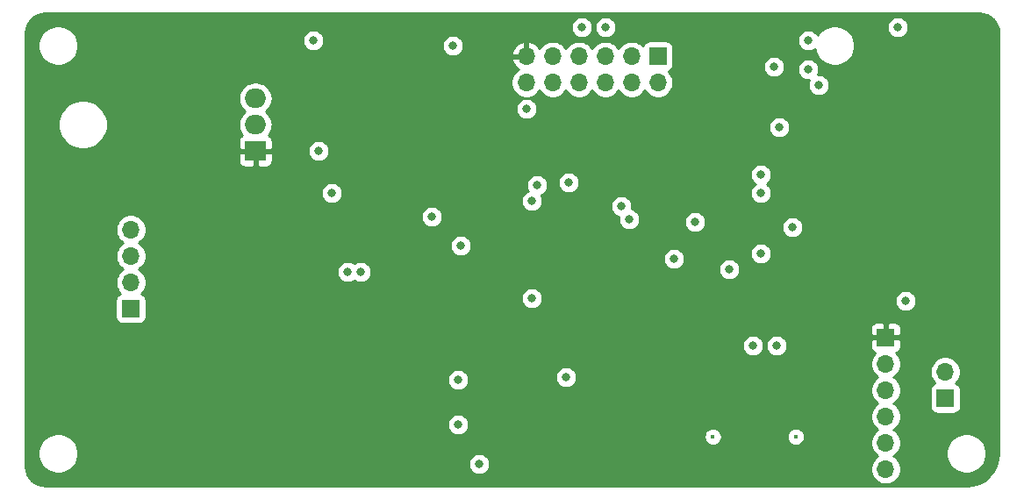
<source format=gbr>
%TF.GenerationSoftware,KiCad,Pcbnew,(5.1.9)-1*%
%TF.CreationDate,2021-03-13T19:54:34-06:00*%
%TF.ProjectId,SLKCAN,534c4b43-414e-42e6-9b69-6361645f7063,rev?*%
%TF.SameCoordinates,Original*%
%TF.FileFunction,Copper,L2,Inr*%
%TF.FilePolarity,Positive*%
%FSLAX46Y46*%
G04 Gerber Fmt 4.6, Leading zero omitted, Abs format (unit mm)*
G04 Created by KiCad (PCBNEW (5.1.9)-1) date 2021-03-13 19:54:34*
%MOMM*%
%LPD*%
G01*
G04 APERTURE LIST*
%TA.AperFunction,ComponentPad*%
%ADD10O,2.000000X1.905000*%
%TD*%
%TA.AperFunction,ComponentPad*%
%ADD11R,2.000000X1.905000*%
%TD*%
%TA.AperFunction,ComponentPad*%
%ADD12O,1.700000X1.700000*%
%TD*%
%TA.AperFunction,ComponentPad*%
%ADD13R,1.700000X1.700000*%
%TD*%
%TA.AperFunction,ComponentPad*%
%ADD14C,0.450000*%
%TD*%
%TA.AperFunction,ViaPad*%
%ADD15C,0.800000*%
%TD*%
%TA.AperFunction,Conductor*%
%ADD16C,0.254000*%
%TD*%
%TA.AperFunction,Conductor*%
%ADD17C,0.100000*%
%TD*%
G04 APERTURE END LIST*
D10*
%TO.N,Net-(C1-Pad1)*%
%TO.C,U2*%
X121920000Y-77470000D03*
%TO.N,+5V*%
X121920000Y-80010000D03*
D11*
%TO.N,GND*%
X121920000Y-82550000D03*
%TD*%
D12*
%TO.N,+5V*%
%TO.C,JP1*%
X188468000Y-103886000D03*
D13*
%TO.N,Net-(J1-Pad3)*%
X188468000Y-106426000D03*
%TD*%
D12*
%TO.N,+5V*%
%TO.C,J4*%
X148044993Y-75946495D03*
%TO.N,GND*%
X148044993Y-73406495D03*
%TO.N,+3V3*%
X150584993Y-75946495D03*
%TO.N,AUX8*%
X150584993Y-73406495D03*
%TO.N,AUX7*%
X153124993Y-75946495D03*
%TO.N,AUX6*%
X153124993Y-73406495D03*
%TO.N,AUX5*%
X155664993Y-75946495D03*
%TO.N,AUX4*%
X155664993Y-73406495D03*
%TO.N,AUX3*%
X158204993Y-75946495D03*
%TO.N,AUX2*%
X158204993Y-73406495D03*
%TO.N,AUX1*%
X160744993Y-75946495D03*
D13*
%TO.N,AUX0*%
X160744993Y-73406495D03*
%TD*%
D14*
%TO.N,N/C*%
%TO.C,J3*%
X174044689Y-110140283D03*
X166044689Y-110140283D03*
%TD*%
D12*
%TO.N,Net-(J2-Pad4)*%
%TO.C,J2*%
X109883783Y-90152253D03*
%TO.N,Net-(J2-Pad3)*%
X109883783Y-92692253D03*
%TO.N,Net-(J2-Pad2)*%
X109883783Y-95232253D03*
D13*
%TO.N,Net-(J2-Pad1)*%
X109883783Y-97772253D03*
%TD*%
D12*
%TO.N,Net-(J1-Pad6)*%
%TO.C,J1*%
X182724303Y-113269275D03*
%TO.N,UART0_TXD*%
X182724303Y-110729275D03*
%TO.N,UART0_RXD*%
X182724303Y-108189275D03*
%TO.N,Net-(J1-Pad3)*%
X182724303Y-105649275D03*
%TO.N,Net-(J1-Pad2)*%
X182724303Y-103109275D03*
D13*
%TO.N,GND*%
X182724303Y-100569275D03*
%TD*%
D15*
%TO.N,AUX5*%
X176276000Y-76200000D03*
%TO.N,AUX8*%
X175260000Y-74676000D03*
X175260000Y-71882000D03*
%TO.N,AUX6*%
X153416000Y-70612000D03*
X155702000Y-70612000D03*
%TO.N,AUX4*%
X172466000Y-80264000D03*
%TO.N,AUX1*%
X170688000Y-86614000D03*
%TO.N,AUX2*%
X170688000Y-84836000D03*
%TO.N,AUX0*%
X173736000Y-89916000D03*
%TO.N,GND*%
X130810000Y-103124000D03*
X128524000Y-100330000D03*
X143510000Y-97790000D03*
X124968000Y-95250000D03*
X131572000Y-75438000D03*
X136906000Y-112014000D03*
X151892000Y-101092000D03*
%TO.N,+3V3*%
X148590000Y-96774000D03*
%TO.N,+5V*%
X141732000Y-91694000D03*
%TO.N,GND*%
X170434000Y-80772000D03*
X162306000Y-79502000D03*
X185928000Y-80264000D03*
X185928000Y-92964000D03*
X155448000Y-93218000D03*
X167894000Y-101600000D03*
X179324000Y-75692000D03*
%TO.N,GPIO12_MISO*%
X157988000Y-89154000D03*
X157226000Y-87884000D03*
%TO.N,+3V3*%
X183896000Y-70612000D03*
%TO.N,+5V*%
X151892000Y-104394000D03*
%TO.N,GPIO23_VMOSI*%
X172212000Y-101346000D03*
X184658000Y-97028000D03*
%TO.N,Net-(SW1-Pad1)*%
X167640000Y-93980000D03*
X164338000Y-89408000D03*
%TO.N,+3V3*%
X169926000Y-101346000D03*
X162306000Y-92964000D03*
%TO.N,CAN_\u002AINT*%
X170688000Y-92456000D03*
X138938000Y-88900000D03*
%TO.N,CAN_SO*%
X149098000Y-85852000D03*
%TO.N,+5V*%
X148590000Y-87376000D03*
%TO.N,CAN_SO*%
X152146000Y-85598000D03*
%TO.N,Net-(U4-Pad1)*%
X130810000Y-94234000D03*
%TO.N,Net-(U4-Pad2)*%
X132080000Y-94234000D03*
X141478000Y-104648000D03*
%TO.N,Net-(U4-Pad1)*%
X141478000Y-108966000D03*
%TO.N,+3V3*%
X143510000Y-112776000D03*
%TO.N,+5V*%
X129286000Y-86614000D03*
X148082000Y-78486000D03*
%TO.N,+3V3*%
X140970000Y-72390000D03*
%TO.N,Net-(C11-Pad1)*%
X127508000Y-71882000D03*
X128016000Y-82550000D03*
%TO.N,AUX4*%
X171958000Y-74422000D03*
%TD*%
D16*
%TO.N,GND*%
X192129668Y-69303551D02*
X192475634Y-69408004D01*
X192794724Y-69577667D01*
X193074781Y-69806076D01*
X193305141Y-70084534D01*
X193477027Y-70402430D01*
X193583893Y-70747658D01*
X193625001Y-71138763D01*
X193625000Y-111726495D01*
X193562262Y-112366343D01*
X193386168Y-112949595D01*
X193100143Y-113487531D01*
X192715078Y-113959667D01*
X192245641Y-114348019D01*
X191709714Y-114637794D01*
X191127705Y-114817956D01*
X190489811Y-114885000D01*
X101633505Y-114885000D01*
X101240333Y-114846449D01*
X100894365Y-114741996D01*
X100575276Y-114572333D01*
X100295219Y-114343924D01*
X100064859Y-114065466D01*
X99892973Y-113747570D01*
X99786106Y-113402340D01*
X99745000Y-113011238D01*
X99745000Y-111568867D01*
X100929390Y-111568867D01*
X100929390Y-111951133D01*
X101003966Y-112326055D01*
X101150254Y-112679224D01*
X101362630Y-112997067D01*
X101632933Y-113267370D01*
X101950776Y-113479746D01*
X102303945Y-113626034D01*
X102678867Y-113700610D01*
X103061133Y-113700610D01*
X103436055Y-113626034D01*
X103789224Y-113479746D01*
X104107067Y-113267370D01*
X104377370Y-112997067D01*
X104589746Y-112679224D01*
X104591884Y-112674061D01*
X142475000Y-112674061D01*
X142475000Y-112877939D01*
X142514774Y-113077898D01*
X142592795Y-113266256D01*
X142706063Y-113435774D01*
X142850226Y-113579937D01*
X143019744Y-113693205D01*
X143208102Y-113771226D01*
X143408061Y-113811000D01*
X143611939Y-113811000D01*
X143811898Y-113771226D01*
X144000256Y-113693205D01*
X144169774Y-113579937D01*
X144313937Y-113435774D01*
X144427205Y-113266256D01*
X144505226Y-113077898D01*
X144545000Y-112877939D01*
X144545000Y-112674061D01*
X144505226Y-112474102D01*
X144427205Y-112285744D01*
X144313937Y-112116226D01*
X144169774Y-111972063D01*
X144000256Y-111858795D01*
X143811898Y-111780774D01*
X143611939Y-111741000D01*
X143408061Y-111741000D01*
X143208102Y-111780774D01*
X143019744Y-111858795D01*
X142850226Y-111972063D01*
X142706063Y-112116226D01*
X142592795Y-112285744D01*
X142514774Y-112474102D01*
X142475000Y-112674061D01*
X104591884Y-112674061D01*
X104736034Y-112326055D01*
X104810610Y-111951133D01*
X104810610Y-111568867D01*
X104736034Y-111193945D01*
X104589746Y-110840776D01*
X104377370Y-110522933D01*
X104107067Y-110252630D01*
X103812161Y-110055580D01*
X165184689Y-110055580D01*
X165184689Y-110224986D01*
X165217738Y-110391136D01*
X165282567Y-110547646D01*
X165376684Y-110688501D01*
X165496471Y-110808288D01*
X165637326Y-110902405D01*
X165793836Y-110967234D01*
X165959986Y-111000283D01*
X166129392Y-111000283D01*
X166295542Y-110967234D01*
X166452052Y-110902405D01*
X166592907Y-110808288D01*
X166712694Y-110688501D01*
X166806811Y-110547646D01*
X166871640Y-110391136D01*
X166904689Y-110224986D01*
X166904689Y-110055580D01*
X173184689Y-110055580D01*
X173184689Y-110224986D01*
X173217738Y-110391136D01*
X173282567Y-110547646D01*
X173376684Y-110688501D01*
X173496471Y-110808288D01*
X173637326Y-110902405D01*
X173793836Y-110967234D01*
X173959986Y-111000283D01*
X174129392Y-111000283D01*
X174295542Y-110967234D01*
X174452052Y-110902405D01*
X174592907Y-110808288D01*
X174712694Y-110688501D01*
X174806811Y-110547646D01*
X174871640Y-110391136D01*
X174904689Y-110224986D01*
X174904689Y-110055580D01*
X174871640Y-109889430D01*
X174806811Y-109732920D01*
X174712694Y-109592065D01*
X174592907Y-109472278D01*
X174452052Y-109378161D01*
X174295542Y-109313332D01*
X174129392Y-109280283D01*
X173959986Y-109280283D01*
X173793836Y-109313332D01*
X173637326Y-109378161D01*
X173496471Y-109472278D01*
X173376684Y-109592065D01*
X173282567Y-109732920D01*
X173217738Y-109889430D01*
X173184689Y-110055580D01*
X166904689Y-110055580D01*
X166871640Y-109889430D01*
X166806811Y-109732920D01*
X166712694Y-109592065D01*
X166592907Y-109472278D01*
X166452052Y-109378161D01*
X166295542Y-109313332D01*
X166129392Y-109280283D01*
X165959986Y-109280283D01*
X165793836Y-109313332D01*
X165637326Y-109378161D01*
X165496471Y-109472278D01*
X165376684Y-109592065D01*
X165282567Y-109732920D01*
X165217738Y-109889430D01*
X165184689Y-110055580D01*
X103812161Y-110055580D01*
X103789224Y-110040254D01*
X103436055Y-109893966D01*
X103061133Y-109819390D01*
X102678867Y-109819390D01*
X102303945Y-109893966D01*
X101950776Y-110040254D01*
X101632933Y-110252630D01*
X101362630Y-110522933D01*
X101150254Y-110840776D01*
X101003966Y-111193945D01*
X100929390Y-111568867D01*
X99745000Y-111568867D01*
X99745000Y-108864061D01*
X140443000Y-108864061D01*
X140443000Y-109067939D01*
X140482774Y-109267898D01*
X140560795Y-109456256D01*
X140674063Y-109625774D01*
X140818226Y-109769937D01*
X140987744Y-109883205D01*
X141176102Y-109961226D01*
X141376061Y-110001000D01*
X141579939Y-110001000D01*
X141779898Y-109961226D01*
X141968256Y-109883205D01*
X142137774Y-109769937D01*
X142281937Y-109625774D01*
X142395205Y-109456256D01*
X142473226Y-109267898D01*
X142513000Y-109067939D01*
X142513000Y-108864061D01*
X142473226Y-108664102D01*
X142395205Y-108475744D01*
X142281937Y-108306226D01*
X142137774Y-108162063D01*
X141968256Y-108048795D01*
X141779898Y-107970774D01*
X141579939Y-107931000D01*
X141376061Y-107931000D01*
X141176102Y-107970774D01*
X140987744Y-108048795D01*
X140818226Y-108162063D01*
X140674063Y-108306226D01*
X140560795Y-108475744D01*
X140482774Y-108664102D01*
X140443000Y-108864061D01*
X99745000Y-108864061D01*
X99745000Y-104546061D01*
X140443000Y-104546061D01*
X140443000Y-104749939D01*
X140482774Y-104949898D01*
X140560795Y-105138256D01*
X140674063Y-105307774D01*
X140818226Y-105451937D01*
X140987744Y-105565205D01*
X141176102Y-105643226D01*
X141376061Y-105683000D01*
X141579939Y-105683000D01*
X141779898Y-105643226D01*
X141968256Y-105565205D01*
X142137774Y-105451937D01*
X142281937Y-105307774D01*
X142395205Y-105138256D01*
X142473226Y-104949898D01*
X142513000Y-104749939D01*
X142513000Y-104546061D01*
X142473226Y-104346102D01*
X142450842Y-104292061D01*
X150857000Y-104292061D01*
X150857000Y-104495939D01*
X150896774Y-104695898D01*
X150974795Y-104884256D01*
X151088063Y-105053774D01*
X151232226Y-105197937D01*
X151401744Y-105311205D01*
X151590102Y-105389226D01*
X151790061Y-105429000D01*
X151993939Y-105429000D01*
X152193898Y-105389226D01*
X152382256Y-105311205D01*
X152551774Y-105197937D01*
X152695937Y-105053774D01*
X152809205Y-104884256D01*
X152887226Y-104695898D01*
X152927000Y-104495939D01*
X152927000Y-104292061D01*
X152887226Y-104092102D01*
X152809205Y-103903744D01*
X152695937Y-103734226D01*
X152551774Y-103590063D01*
X152382256Y-103476795D01*
X152193898Y-103398774D01*
X151993939Y-103359000D01*
X151790061Y-103359000D01*
X151590102Y-103398774D01*
X151401744Y-103476795D01*
X151232226Y-103590063D01*
X151088063Y-103734226D01*
X150974795Y-103903744D01*
X150896774Y-104092102D01*
X150857000Y-104292061D01*
X142450842Y-104292061D01*
X142395205Y-104157744D01*
X142281937Y-103988226D01*
X142137774Y-103844063D01*
X141968256Y-103730795D01*
X141779898Y-103652774D01*
X141579939Y-103613000D01*
X141376061Y-103613000D01*
X141176102Y-103652774D01*
X140987744Y-103730795D01*
X140818226Y-103844063D01*
X140674063Y-103988226D01*
X140560795Y-104157744D01*
X140482774Y-104346102D01*
X140443000Y-104546061D01*
X99745000Y-104546061D01*
X99745000Y-101244061D01*
X168891000Y-101244061D01*
X168891000Y-101447939D01*
X168930774Y-101647898D01*
X169008795Y-101836256D01*
X169122063Y-102005774D01*
X169266226Y-102149937D01*
X169435744Y-102263205D01*
X169624102Y-102341226D01*
X169824061Y-102381000D01*
X170027939Y-102381000D01*
X170227898Y-102341226D01*
X170416256Y-102263205D01*
X170585774Y-102149937D01*
X170729937Y-102005774D01*
X170843205Y-101836256D01*
X170921226Y-101647898D01*
X170961000Y-101447939D01*
X170961000Y-101244061D01*
X171177000Y-101244061D01*
X171177000Y-101447939D01*
X171216774Y-101647898D01*
X171294795Y-101836256D01*
X171408063Y-102005774D01*
X171552226Y-102149937D01*
X171721744Y-102263205D01*
X171910102Y-102341226D01*
X172110061Y-102381000D01*
X172313939Y-102381000D01*
X172513898Y-102341226D01*
X172702256Y-102263205D01*
X172871774Y-102149937D01*
X173015937Y-102005774D01*
X173129205Y-101836256D01*
X173207226Y-101647898D01*
X173247000Y-101447939D01*
X173247000Y-101419275D01*
X181236231Y-101419275D01*
X181248491Y-101543757D01*
X181284801Y-101663455D01*
X181343766Y-101773769D01*
X181423118Y-101870460D01*
X181519809Y-101949812D01*
X181630123Y-102008777D01*
X181702683Y-102030788D01*
X181570828Y-102162643D01*
X181408313Y-102405864D01*
X181296371Y-102676117D01*
X181239303Y-102963015D01*
X181239303Y-103255535D01*
X181296371Y-103542433D01*
X181408313Y-103812686D01*
X181570828Y-104055907D01*
X181777671Y-104262750D01*
X181952063Y-104379275D01*
X181777671Y-104495800D01*
X181570828Y-104702643D01*
X181408313Y-104945864D01*
X181296371Y-105216117D01*
X181239303Y-105503015D01*
X181239303Y-105795535D01*
X181296371Y-106082433D01*
X181408313Y-106352686D01*
X181570828Y-106595907D01*
X181777671Y-106802750D01*
X181952063Y-106919275D01*
X181777671Y-107035800D01*
X181570828Y-107242643D01*
X181408313Y-107485864D01*
X181296371Y-107756117D01*
X181239303Y-108043015D01*
X181239303Y-108335535D01*
X181296371Y-108622433D01*
X181408313Y-108892686D01*
X181570828Y-109135907D01*
X181777671Y-109342750D01*
X181952063Y-109459275D01*
X181777671Y-109575800D01*
X181570828Y-109782643D01*
X181408313Y-110025864D01*
X181296371Y-110296117D01*
X181239303Y-110583015D01*
X181239303Y-110875535D01*
X181296371Y-111162433D01*
X181408313Y-111432686D01*
X181570828Y-111675907D01*
X181777671Y-111882750D01*
X181952063Y-111999275D01*
X181777671Y-112115800D01*
X181570828Y-112322643D01*
X181408313Y-112565864D01*
X181296371Y-112836117D01*
X181239303Y-113123015D01*
X181239303Y-113415535D01*
X181296371Y-113702433D01*
X181408313Y-113972686D01*
X181570828Y-114215907D01*
X181777671Y-114422750D01*
X182020892Y-114585265D01*
X182291145Y-114697207D01*
X182578043Y-114754275D01*
X182870563Y-114754275D01*
X183157461Y-114697207D01*
X183427714Y-114585265D01*
X183670935Y-114422750D01*
X183877778Y-114215907D01*
X184040293Y-113972686D01*
X184152235Y-113702433D01*
X184209303Y-113415535D01*
X184209303Y-113123015D01*
X184152235Y-112836117D01*
X184040293Y-112565864D01*
X183877778Y-112322643D01*
X183670935Y-112115800D01*
X183496543Y-111999275D01*
X183670935Y-111882750D01*
X183877778Y-111675907D01*
X183949299Y-111568867D01*
X188559390Y-111568867D01*
X188559390Y-111951133D01*
X188633966Y-112326055D01*
X188780254Y-112679224D01*
X188992630Y-112997067D01*
X189262933Y-113267370D01*
X189580776Y-113479746D01*
X189933945Y-113626034D01*
X190308867Y-113700610D01*
X190691133Y-113700610D01*
X191066055Y-113626034D01*
X191419224Y-113479746D01*
X191737067Y-113267370D01*
X192007370Y-112997067D01*
X192219746Y-112679224D01*
X192366034Y-112326055D01*
X192440610Y-111951133D01*
X192440610Y-111568867D01*
X192366034Y-111193945D01*
X192219746Y-110840776D01*
X192007370Y-110522933D01*
X191737067Y-110252630D01*
X191419224Y-110040254D01*
X191066055Y-109893966D01*
X190691133Y-109819390D01*
X190308867Y-109819390D01*
X189933945Y-109893966D01*
X189580776Y-110040254D01*
X189262933Y-110252630D01*
X188992630Y-110522933D01*
X188780254Y-110840776D01*
X188633966Y-111193945D01*
X188559390Y-111568867D01*
X183949299Y-111568867D01*
X184040293Y-111432686D01*
X184152235Y-111162433D01*
X184209303Y-110875535D01*
X184209303Y-110583015D01*
X184152235Y-110296117D01*
X184040293Y-110025864D01*
X183877778Y-109782643D01*
X183670935Y-109575800D01*
X183496543Y-109459275D01*
X183670935Y-109342750D01*
X183877778Y-109135907D01*
X184040293Y-108892686D01*
X184152235Y-108622433D01*
X184209303Y-108335535D01*
X184209303Y-108043015D01*
X184152235Y-107756117D01*
X184040293Y-107485864D01*
X183877778Y-107242643D01*
X183670935Y-107035800D01*
X183496543Y-106919275D01*
X183670935Y-106802750D01*
X183877778Y-106595907D01*
X184040293Y-106352686D01*
X184152235Y-106082433D01*
X184209303Y-105795535D01*
X184209303Y-105576000D01*
X186979928Y-105576000D01*
X186979928Y-107276000D01*
X186992188Y-107400482D01*
X187028498Y-107520180D01*
X187087463Y-107630494D01*
X187166815Y-107727185D01*
X187263506Y-107806537D01*
X187373820Y-107865502D01*
X187493518Y-107901812D01*
X187618000Y-107914072D01*
X189318000Y-107914072D01*
X189442482Y-107901812D01*
X189562180Y-107865502D01*
X189672494Y-107806537D01*
X189769185Y-107727185D01*
X189848537Y-107630494D01*
X189907502Y-107520180D01*
X189943812Y-107400482D01*
X189956072Y-107276000D01*
X189956072Y-105576000D01*
X189943812Y-105451518D01*
X189907502Y-105331820D01*
X189848537Y-105221506D01*
X189769185Y-105124815D01*
X189672494Y-105045463D01*
X189562180Y-104986498D01*
X189489620Y-104964487D01*
X189621475Y-104832632D01*
X189783990Y-104589411D01*
X189895932Y-104319158D01*
X189953000Y-104032260D01*
X189953000Y-103739740D01*
X189895932Y-103452842D01*
X189783990Y-103182589D01*
X189621475Y-102939368D01*
X189414632Y-102732525D01*
X189171411Y-102570010D01*
X188901158Y-102458068D01*
X188614260Y-102401000D01*
X188321740Y-102401000D01*
X188034842Y-102458068D01*
X187764589Y-102570010D01*
X187521368Y-102732525D01*
X187314525Y-102939368D01*
X187152010Y-103182589D01*
X187040068Y-103452842D01*
X186983000Y-103739740D01*
X186983000Y-104032260D01*
X187040068Y-104319158D01*
X187152010Y-104589411D01*
X187314525Y-104832632D01*
X187446380Y-104964487D01*
X187373820Y-104986498D01*
X187263506Y-105045463D01*
X187166815Y-105124815D01*
X187087463Y-105221506D01*
X187028498Y-105331820D01*
X186992188Y-105451518D01*
X186979928Y-105576000D01*
X184209303Y-105576000D01*
X184209303Y-105503015D01*
X184152235Y-105216117D01*
X184040293Y-104945864D01*
X183877778Y-104702643D01*
X183670935Y-104495800D01*
X183496543Y-104379275D01*
X183670935Y-104262750D01*
X183877778Y-104055907D01*
X184040293Y-103812686D01*
X184152235Y-103542433D01*
X184209303Y-103255535D01*
X184209303Y-102963015D01*
X184152235Y-102676117D01*
X184040293Y-102405864D01*
X183877778Y-102162643D01*
X183745923Y-102030788D01*
X183818483Y-102008777D01*
X183928797Y-101949812D01*
X184025488Y-101870460D01*
X184104840Y-101773769D01*
X184163805Y-101663455D01*
X184200115Y-101543757D01*
X184212375Y-101419275D01*
X184209303Y-100855025D01*
X184050553Y-100696275D01*
X182851303Y-100696275D01*
X182851303Y-100716275D01*
X182597303Y-100716275D01*
X182597303Y-100696275D01*
X181398053Y-100696275D01*
X181239303Y-100855025D01*
X181236231Y-101419275D01*
X173247000Y-101419275D01*
X173247000Y-101244061D01*
X173207226Y-101044102D01*
X173129205Y-100855744D01*
X173015937Y-100686226D01*
X172871774Y-100542063D01*
X172702256Y-100428795D01*
X172513898Y-100350774D01*
X172313939Y-100311000D01*
X172110061Y-100311000D01*
X171910102Y-100350774D01*
X171721744Y-100428795D01*
X171552226Y-100542063D01*
X171408063Y-100686226D01*
X171294795Y-100855744D01*
X171216774Y-101044102D01*
X171177000Y-101244061D01*
X170961000Y-101244061D01*
X170921226Y-101044102D01*
X170843205Y-100855744D01*
X170729937Y-100686226D01*
X170585774Y-100542063D01*
X170416256Y-100428795D01*
X170227898Y-100350774D01*
X170027939Y-100311000D01*
X169824061Y-100311000D01*
X169624102Y-100350774D01*
X169435744Y-100428795D01*
X169266226Y-100542063D01*
X169122063Y-100686226D01*
X169008795Y-100855744D01*
X168930774Y-101044102D01*
X168891000Y-101244061D01*
X99745000Y-101244061D01*
X99745000Y-99719275D01*
X181236231Y-99719275D01*
X181239303Y-100283525D01*
X181398053Y-100442275D01*
X182597303Y-100442275D01*
X182597303Y-99243025D01*
X182851303Y-99243025D01*
X182851303Y-100442275D01*
X184050553Y-100442275D01*
X184209303Y-100283525D01*
X184212375Y-99719275D01*
X184200115Y-99594793D01*
X184163805Y-99475095D01*
X184104840Y-99364781D01*
X184025488Y-99268090D01*
X183928797Y-99188738D01*
X183818483Y-99129773D01*
X183698785Y-99093463D01*
X183574303Y-99081203D01*
X183010053Y-99084275D01*
X182851303Y-99243025D01*
X182597303Y-99243025D01*
X182438553Y-99084275D01*
X181874303Y-99081203D01*
X181749821Y-99093463D01*
X181630123Y-99129773D01*
X181519809Y-99188738D01*
X181423118Y-99268090D01*
X181343766Y-99364781D01*
X181284801Y-99475095D01*
X181248491Y-99594793D01*
X181236231Y-99719275D01*
X99745000Y-99719275D01*
X99745000Y-96922253D01*
X108395711Y-96922253D01*
X108395711Y-98622253D01*
X108407971Y-98746735D01*
X108444281Y-98866433D01*
X108503246Y-98976747D01*
X108582598Y-99073438D01*
X108679289Y-99152790D01*
X108789603Y-99211755D01*
X108909301Y-99248065D01*
X109033783Y-99260325D01*
X110733783Y-99260325D01*
X110858265Y-99248065D01*
X110977963Y-99211755D01*
X111088277Y-99152790D01*
X111184968Y-99073438D01*
X111264320Y-98976747D01*
X111323285Y-98866433D01*
X111359595Y-98746735D01*
X111371855Y-98622253D01*
X111371855Y-96922253D01*
X111359595Y-96797771D01*
X111323285Y-96678073D01*
X111320072Y-96672061D01*
X147555000Y-96672061D01*
X147555000Y-96875939D01*
X147594774Y-97075898D01*
X147672795Y-97264256D01*
X147786063Y-97433774D01*
X147930226Y-97577937D01*
X148099744Y-97691205D01*
X148288102Y-97769226D01*
X148488061Y-97809000D01*
X148691939Y-97809000D01*
X148891898Y-97769226D01*
X149080256Y-97691205D01*
X149249774Y-97577937D01*
X149393937Y-97433774D01*
X149507205Y-97264256D01*
X149585226Y-97075898D01*
X149615030Y-96926061D01*
X183623000Y-96926061D01*
X183623000Y-97129939D01*
X183662774Y-97329898D01*
X183740795Y-97518256D01*
X183854063Y-97687774D01*
X183998226Y-97831937D01*
X184167744Y-97945205D01*
X184356102Y-98023226D01*
X184556061Y-98063000D01*
X184759939Y-98063000D01*
X184959898Y-98023226D01*
X185148256Y-97945205D01*
X185317774Y-97831937D01*
X185461937Y-97687774D01*
X185575205Y-97518256D01*
X185653226Y-97329898D01*
X185693000Y-97129939D01*
X185693000Y-96926061D01*
X185653226Y-96726102D01*
X185575205Y-96537744D01*
X185461937Y-96368226D01*
X185317774Y-96224063D01*
X185148256Y-96110795D01*
X184959898Y-96032774D01*
X184759939Y-95993000D01*
X184556061Y-95993000D01*
X184356102Y-96032774D01*
X184167744Y-96110795D01*
X183998226Y-96224063D01*
X183854063Y-96368226D01*
X183740795Y-96537744D01*
X183662774Y-96726102D01*
X183623000Y-96926061D01*
X149615030Y-96926061D01*
X149625000Y-96875939D01*
X149625000Y-96672061D01*
X149585226Y-96472102D01*
X149507205Y-96283744D01*
X149393937Y-96114226D01*
X149249774Y-95970063D01*
X149080256Y-95856795D01*
X148891898Y-95778774D01*
X148691939Y-95739000D01*
X148488061Y-95739000D01*
X148288102Y-95778774D01*
X148099744Y-95856795D01*
X147930226Y-95970063D01*
X147786063Y-96114226D01*
X147672795Y-96283744D01*
X147594774Y-96472102D01*
X147555000Y-96672061D01*
X111320072Y-96672061D01*
X111264320Y-96567759D01*
X111184968Y-96471068D01*
X111088277Y-96391716D01*
X110977963Y-96332751D01*
X110905403Y-96310740D01*
X111037258Y-96178885D01*
X111199773Y-95935664D01*
X111311715Y-95665411D01*
X111368783Y-95378513D01*
X111368783Y-95085993D01*
X111311715Y-94799095D01*
X111199773Y-94528842D01*
X111037258Y-94285621D01*
X110883698Y-94132061D01*
X129775000Y-94132061D01*
X129775000Y-94335939D01*
X129814774Y-94535898D01*
X129892795Y-94724256D01*
X130006063Y-94893774D01*
X130150226Y-95037937D01*
X130319744Y-95151205D01*
X130508102Y-95229226D01*
X130708061Y-95269000D01*
X130911939Y-95269000D01*
X131111898Y-95229226D01*
X131300256Y-95151205D01*
X131445000Y-95054490D01*
X131589744Y-95151205D01*
X131778102Y-95229226D01*
X131978061Y-95269000D01*
X132181939Y-95269000D01*
X132381898Y-95229226D01*
X132570256Y-95151205D01*
X132739774Y-95037937D01*
X132883937Y-94893774D01*
X132997205Y-94724256D01*
X133075226Y-94535898D01*
X133115000Y-94335939D01*
X133115000Y-94132061D01*
X133075226Y-93932102D01*
X132997205Y-93743744D01*
X132883937Y-93574226D01*
X132739774Y-93430063D01*
X132570256Y-93316795D01*
X132381898Y-93238774D01*
X132181939Y-93199000D01*
X131978061Y-93199000D01*
X131778102Y-93238774D01*
X131589744Y-93316795D01*
X131445000Y-93413510D01*
X131300256Y-93316795D01*
X131111898Y-93238774D01*
X130911939Y-93199000D01*
X130708061Y-93199000D01*
X130508102Y-93238774D01*
X130319744Y-93316795D01*
X130150226Y-93430063D01*
X130006063Y-93574226D01*
X129892795Y-93743744D01*
X129814774Y-93932102D01*
X129775000Y-94132061D01*
X110883698Y-94132061D01*
X110830415Y-94078778D01*
X110656023Y-93962253D01*
X110830415Y-93845728D01*
X111037258Y-93638885D01*
X111199773Y-93395664D01*
X111311715Y-93125411D01*
X111364098Y-92862061D01*
X161271000Y-92862061D01*
X161271000Y-93065939D01*
X161310774Y-93265898D01*
X161388795Y-93454256D01*
X161502063Y-93623774D01*
X161646226Y-93767937D01*
X161815744Y-93881205D01*
X162004102Y-93959226D01*
X162204061Y-93999000D01*
X162407939Y-93999000D01*
X162607898Y-93959226D01*
X162796256Y-93881205D01*
X162800961Y-93878061D01*
X166605000Y-93878061D01*
X166605000Y-94081939D01*
X166644774Y-94281898D01*
X166722795Y-94470256D01*
X166836063Y-94639774D01*
X166980226Y-94783937D01*
X167149744Y-94897205D01*
X167338102Y-94975226D01*
X167538061Y-95015000D01*
X167741939Y-95015000D01*
X167941898Y-94975226D01*
X168130256Y-94897205D01*
X168299774Y-94783937D01*
X168443937Y-94639774D01*
X168557205Y-94470256D01*
X168635226Y-94281898D01*
X168675000Y-94081939D01*
X168675000Y-93878061D01*
X168635226Y-93678102D01*
X168557205Y-93489744D01*
X168443937Y-93320226D01*
X168299774Y-93176063D01*
X168130256Y-93062795D01*
X167941898Y-92984774D01*
X167741939Y-92945000D01*
X167538061Y-92945000D01*
X167338102Y-92984774D01*
X167149744Y-93062795D01*
X166980226Y-93176063D01*
X166836063Y-93320226D01*
X166722795Y-93489744D01*
X166644774Y-93678102D01*
X166605000Y-93878061D01*
X162800961Y-93878061D01*
X162965774Y-93767937D01*
X163109937Y-93623774D01*
X163223205Y-93454256D01*
X163301226Y-93265898D01*
X163341000Y-93065939D01*
X163341000Y-92862061D01*
X163301226Y-92662102D01*
X163223205Y-92473744D01*
X163143236Y-92354061D01*
X169653000Y-92354061D01*
X169653000Y-92557939D01*
X169692774Y-92757898D01*
X169770795Y-92946256D01*
X169884063Y-93115774D01*
X170028226Y-93259937D01*
X170197744Y-93373205D01*
X170386102Y-93451226D01*
X170586061Y-93491000D01*
X170789939Y-93491000D01*
X170989898Y-93451226D01*
X171178256Y-93373205D01*
X171347774Y-93259937D01*
X171491937Y-93115774D01*
X171605205Y-92946256D01*
X171683226Y-92757898D01*
X171723000Y-92557939D01*
X171723000Y-92354061D01*
X171683226Y-92154102D01*
X171605205Y-91965744D01*
X171491937Y-91796226D01*
X171347774Y-91652063D01*
X171178256Y-91538795D01*
X170989898Y-91460774D01*
X170789939Y-91421000D01*
X170586061Y-91421000D01*
X170386102Y-91460774D01*
X170197744Y-91538795D01*
X170028226Y-91652063D01*
X169884063Y-91796226D01*
X169770795Y-91965744D01*
X169692774Y-92154102D01*
X169653000Y-92354061D01*
X163143236Y-92354061D01*
X163109937Y-92304226D01*
X162965774Y-92160063D01*
X162796256Y-92046795D01*
X162607898Y-91968774D01*
X162407939Y-91929000D01*
X162204061Y-91929000D01*
X162004102Y-91968774D01*
X161815744Y-92046795D01*
X161646226Y-92160063D01*
X161502063Y-92304226D01*
X161388795Y-92473744D01*
X161310774Y-92662102D01*
X161271000Y-92862061D01*
X111364098Y-92862061D01*
X111368783Y-92838513D01*
X111368783Y-92545993D01*
X111311715Y-92259095D01*
X111199773Y-91988842D01*
X111037258Y-91745621D01*
X110883698Y-91592061D01*
X140697000Y-91592061D01*
X140697000Y-91795939D01*
X140736774Y-91995898D01*
X140814795Y-92184256D01*
X140928063Y-92353774D01*
X141072226Y-92497937D01*
X141241744Y-92611205D01*
X141430102Y-92689226D01*
X141630061Y-92729000D01*
X141833939Y-92729000D01*
X142033898Y-92689226D01*
X142222256Y-92611205D01*
X142391774Y-92497937D01*
X142535937Y-92353774D01*
X142649205Y-92184256D01*
X142727226Y-91995898D01*
X142767000Y-91795939D01*
X142767000Y-91592061D01*
X142727226Y-91392102D01*
X142649205Y-91203744D01*
X142535937Y-91034226D01*
X142391774Y-90890063D01*
X142222256Y-90776795D01*
X142033898Y-90698774D01*
X141833939Y-90659000D01*
X141630061Y-90659000D01*
X141430102Y-90698774D01*
X141241744Y-90776795D01*
X141072226Y-90890063D01*
X140928063Y-91034226D01*
X140814795Y-91203744D01*
X140736774Y-91392102D01*
X140697000Y-91592061D01*
X110883698Y-91592061D01*
X110830415Y-91538778D01*
X110656023Y-91422253D01*
X110830415Y-91305728D01*
X111037258Y-91098885D01*
X111199773Y-90855664D01*
X111311715Y-90585411D01*
X111368783Y-90298513D01*
X111368783Y-90005993D01*
X111311715Y-89719095D01*
X111199773Y-89448842D01*
X111037258Y-89205621D01*
X110830415Y-88998778D01*
X110587194Y-88836263D01*
X110494966Y-88798061D01*
X137903000Y-88798061D01*
X137903000Y-89001939D01*
X137942774Y-89201898D01*
X138020795Y-89390256D01*
X138134063Y-89559774D01*
X138278226Y-89703937D01*
X138447744Y-89817205D01*
X138636102Y-89895226D01*
X138836061Y-89935000D01*
X139039939Y-89935000D01*
X139239898Y-89895226D01*
X139428256Y-89817205D01*
X139597774Y-89703937D01*
X139741937Y-89559774D01*
X139855205Y-89390256D01*
X139933226Y-89201898D01*
X139973000Y-89001939D01*
X139973000Y-88798061D01*
X139933226Y-88598102D01*
X139855205Y-88409744D01*
X139741937Y-88240226D01*
X139597774Y-88096063D01*
X139428256Y-87982795D01*
X139239898Y-87904774D01*
X139039939Y-87865000D01*
X138836061Y-87865000D01*
X138636102Y-87904774D01*
X138447744Y-87982795D01*
X138278226Y-88096063D01*
X138134063Y-88240226D01*
X138020795Y-88409744D01*
X137942774Y-88598102D01*
X137903000Y-88798061D01*
X110494966Y-88798061D01*
X110316941Y-88724321D01*
X110030043Y-88667253D01*
X109737523Y-88667253D01*
X109450625Y-88724321D01*
X109180372Y-88836263D01*
X108937151Y-88998778D01*
X108730308Y-89205621D01*
X108567793Y-89448842D01*
X108455851Y-89719095D01*
X108398783Y-90005993D01*
X108398783Y-90298513D01*
X108455851Y-90585411D01*
X108567793Y-90855664D01*
X108730308Y-91098885D01*
X108937151Y-91305728D01*
X109111543Y-91422253D01*
X108937151Y-91538778D01*
X108730308Y-91745621D01*
X108567793Y-91988842D01*
X108455851Y-92259095D01*
X108398783Y-92545993D01*
X108398783Y-92838513D01*
X108455851Y-93125411D01*
X108567793Y-93395664D01*
X108730308Y-93638885D01*
X108937151Y-93845728D01*
X109111543Y-93962253D01*
X108937151Y-94078778D01*
X108730308Y-94285621D01*
X108567793Y-94528842D01*
X108455851Y-94799095D01*
X108398783Y-95085993D01*
X108398783Y-95378513D01*
X108455851Y-95665411D01*
X108567793Y-95935664D01*
X108730308Y-96178885D01*
X108862163Y-96310740D01*
X108789603Y-96332751D01*
X108679289Y-96391716D01*
X108582598Y-96471068D01*
X108503246Y-96567759D01*
X108444281Y-96678073D01*
X108407971Y-96797771D01*
X108395711Y-96922253D01*
X99745000Y-96922253D01*
X99745000Y-86512061D01*
X128251000Y-86512061D01*
X128251000Y-86715939D01*
X128290774Y-86915898D01*
X128368795Y-87104256D01*
X128482063Y-87273774D01*
X128626226Y-87417937D01*
X128795744Y-87531205D01*
X128984102Y-87609226D01*
X129184061Y-87649000D01*
X129387939Y-87649000D01*
X129587898Y-87609226D01*
X129776256Y-87531205D01*
X129945774Y-87417937D01*
X130089650Y-87274061D01*
X147555000Y-87274061D01*
X147555000Y-87477939D01*
X147594774Y-87677898D01*
X147672795Y-87866256D01*
X147786063Y-88035774D01*
X147930226Y-88179937D01*
X148099744Y-88293205D01*
X148288102Y-88371226D01*
X148488061Y-88411000D01*
X148691939Y-88411000D01*
X148891898Y-88371226D01*
X149080256Y-88293205D01*
X149249774Y-88179937D01*
X149393937Y-88035774D01*
X149507205Y-87866256D01*
X149542079Y-87782061D01*
X156191000Y-87782061D01*
X156191000Y-87985939D01*
X156230774Y-88185898D01*
X156308795Y-88374256D01*
X156422063Y-88543774D01*
X156566226Y-88687937D01*
X156735744Y-88801205D01*
X156924102Y-88879226D01*
X156984970Y-88891333D01*
X156953000Y-89052061D01*
X156953000Y-89255939D01*
X156992774Y-89455898D01*
X157070795Y-89644256D01*
X157184063Y-89813774D01*
X157328226Y-89957937D01*
X157497744Y-90071205D01*
X157686102Y-90149226D01*
X157886061Y-90189000D01*
X158089939Y-90189000D01*
X158289898Y-90149226D01*
X158478256Y-90071205D01*
X158647774Y-89957937D01*
X158791937Y-89813774D01*
X158905205Y-89644256D01*
X158983226Y-89455898D01*
X159013030Y-89306061D01*
X163303000Y-89306061D01*
X163303000Y-89509939D01*
X163342774Y-89709898D01*
X163420795Y-89898256D01*
X163534063Y-90067774D01*
X163678226Y-90211937D01*
X163847744Y-90325205D01*
X164036102Y-90403226D01*
X164236061Y-90443000D01*
X164439939Y-90443000D01*
X164639898Y-90403226D01*
X164828256Y-90325205D01*
X164997774Y-90211937D01*
X165141937Y-90067774D01*
X165255205Y-89898256D01*
X165290079Y-89814061D01*
X172701000Y-89814061D01*
X172701000Y-90017939D01*
X172740774Y-90217898D01*
X172818795Y-90406256D01*
X172932063Y-90575774D01*
X173076226Y-90719937D01*
X173245744Y-90833205D01*
X173434102Y-90911226D01*
X173634061Y-90951000D01*
X173837939Y-90951000D01*
X174037898Y-90911226D01*
X174226256Y-90833205D01*
X174395774Y-90719937D01*
X174539937Y-90575774D01*
X174653205Y-90406256D01*
X174731226Y-90217898D01*
X174771000Y-90017939D01*
X174771000Y-89814061D01*
X174731226Y-89614102D01*
X174653205Y-89425744D01*
X174539937Y-89256226D01*
X174395774Y-89112063D01*
X174226256Y-88998795D01*
X174037898Y-88920774D01*
X173837939Y-88881000D01*
X173634061Y-88881000D01*
X173434102Y-88920774D01*
X173245744Y-88998795D01*
X173076226Y-89112063D01*
X172932063Y-89256226D01*
X172818795Y-89425744D01*
X172740774Y-89614102D01*
X172701000Y-89814061D01*
X165290079Y-89814061D01*
X165333226Y-89709898D01*
X165373000Y-89509939D01*
X165373000Y-89306061D01*
X165333226Y-89106102D01*
X165255205Y-88917744D01*
X165141937Y-88748226D01*
X164997774Y-88604063D01*
X164828256Y-88490795D01*
X164639898Y-88412774D01*
X164439939Y-88373000D01*
X164236061Y-88373000D01*
X164036102Y-88412774D01*
X163847744Y-88490795D01*
X163678226Y-88604063D01*
X163534063Y-88748226D01*
X163420795Y-88917744D01*
X163342774Y-89106102D01*
X163303000Y-89306061D01*
X159013030Y-89306061D01*
X159023000Y-89255939D01*
X159023000Y-89052061D01*
X158983226Y-88852102D01*
X158905205Y-88663744D01*
X158791937Y-88494226D01*
X158647774Y-88350063D01*
X158478256Y-88236795D01*
X158289898Y-88158774D01*
X158229030Y-88146667D01*
X158261000Y-87985939D01*
X158261000Y-87782061D01*
X158221226Y-87582102D01*
X158143205Y-87393744D01*
X158029937Y-87224226D01*
X157885774Y-87080063D01*
X157716256Y-86966795D01*
X157527898Y-86888774D01*
X157327939Y-86849000D01*
X157124061Y-86849000D01*
X156924102Y-86888774D01*
X156735744Y-86966795D01*
X156566226Y-87080063D01*
X156422063Y-87224226D01*
X156308795Y-87393744D01*
X156230774Y-87582102D01*
X156191000Y-87782061D01*
X149542079Y-87782061D01*
X149585226Y-87677898D01*
X149625000Y-87477939D01*
X149625000Y-87274061D01*
X149585226Y-87074102D01*
X149507205Y-86885744D01*
X149463786Y-86820763D01*
X149588256Y-86769205D01*
X149757774Y-86655937D01*
X149901937Y-86511774D01*
X150015205Y-86342256D01*
X150093226Y-86153898D01*
X150133000Y-85953939D01*
X150133000Y-85750061D01*
X150093226Y-85550102D01*
X150070842Y-85496061D01*
X151111000Y-85496061D01*
X151111000Y-85699939D01*
X151150774Y-85899898D01*
X151228795Y-86088256D01*
X151342063Y-86257774D01*
X151486226Y-86401937D01*
X151655744Y-86515205D01*
X151844102Y-86593226D01*
X152044061Y-86633000D01*
X152247939Y-86633000D01*
X152447898Y-86593226D01*
X152636256Y-86515205D01*
X152805774Y-86401937D01*
X152949937Y-86257774D01*
X153063205Y-86088256D01*
X153141226Y-85899898D01*
X153181000Y-85699939D01*
X153181000Y-85496061D01*
X153141226Y-85296102D01*
X153063205Y-85107744D01*
X152949937Y-84938226D01*
X152805774Y-84794063D01*
X152715975Y-84734061D01*
X169653000Y-84734061D01*
X169653000Y-84937939D01*
X169692774Y-85137898D01*
X169770795Y-85326256D01*
X169884063Y-85495774D01*
X170028226Y-85639937D01*
X170155532Y-85725000D01*
X170028226Y-85810063D01*
X169884063Y-85954226D01*
X169770795Y-86123744D01*
X169692774Y-86312102D01*
X169653000Y-86512061D01*
X169653000Y-86715939D01*
X169692774Y-86915898D01*
X169770795Y-87104256D01*
X169884063Y-87273774D01*
X170028226Y-87417937D01*
X170197744Y-87531205D01*
X170386102Y-87609226D01*
X170586061Y-87649000D01*
X170789939Y-87649000D01*
X170989898Y-87609226D01*
X171178256Y-87531205D01*
X171347774Y-87417937D01*
X171491937Y-87273774D01*
X171605205Y-87104256D01*
X171683226Y-86915898D01*
X171723000Y-86715939D01*
X171723000Y-86512061D01*
X171683226Y-86312102D01*
X171605205Y-86123744D01*
X171491937Y-85954226D01*
X171347774Y-85810063D01*
X171220468Y-85725000D01*
X171347774Y-85639937D01*
X171491937Y-85495774D01*
X171605205Y-85326256D01*
X171683226Y-85137898D01*
X171723000Y-84937939D01*
X171723000Y-84734061D01*
X171683226Y-84534102D01*
X171605205Y-84345744D01*
X171491937Y-84176226D01*
X171347774Y-84032063D01*
X171178256Y-83918795D01*
X170989898Y-83840774D01*
X170789939Y-83801000D01*
X170586061Y-83801000D01*
X170386102Y-83840774D01*
X170197744Y-83918795D01*
X170028226Y-84032063D01*
X169884063Y-84176226D01*
X169770795Y-84345744D01*
X169692774Y-84534102D01*
X169653000Y-84734061D01*
X152715975Y-84734061D01*
X152636256Y-84680795D01*
X152447898Y-84602774D01*
X152247939Y-84563000D01*
X152044061Y-84563000D01*
X151844102Y-84602774D01*
X151655744Y-84680795D01*
X151486226Y-84794063D01*
X151342063Y-84938226D01*
X151228795Y-85107744D01*
X151150774Y-85296102D01*
X151111000Y-85496061D01*
X150070842Y-85496061D01*
X150015205Y-85361744D01*
X149901937Y-85192226D01*
X149757774Y-85048063D01*
X149588256Y-84934795D01*
X149399898Y-84856774D01*
X149199939Y-84817000D01*
X148996061Y-84817000D01*
X148796102Y-84856774D01*
X148607744Y-84934795D01*
X148438226Y-85048063D01*
X148294063Y-85192226D01*
X148180795Y-85361744D01*
X148102774Y-85550102D01*
X148063000Y-85750061D01*
X148063000Y-85953939D01*
X148102774Y-86153898D01*
X148180795Y-86342256D01*
X148224214Y-86407237D01*
X148099744Y-86458795D01*
X147930226Y-86572063D01*
X147786063Y-86716226D01*
X147672795Y-86885744D01*
X147594774Y-87074102D01*
X147555000Y-87274061D01*
X130089650Y-87274061D01*
X130089937Y-87273774D01*
X130203205Y-87104256D01*
X130281226Y-86915898D01*
X130321000Y-86715939D01*
X130321000Y-86512061D01*
X130281226Y-86312102D01*
X130203205Y-86123744D01*
X130089937Y-85954226D01*
X129945774Y-85810063D01*
X129776256Y-85696795D01*
X129587898Y-85618774D01*
X129387939Y-85579000D01*
X129184061Y-85579000D01*
X128984102Y-85618774D01*
X128795744Y-85696795D01*
X128626226Y-85810063D01*
X128482063Y-85954226D01*
X128368795Y-86123744D01*
X128290774Y-86312102D01*
X128251000Y-86512061D01*
X99745000Y-86512061D01*
X99745000Y-83502500D01*
X120281928Y-83502500D01*
X120294188Y-83626982D01*
X120330498Y-83746680D01*
X120389463Y-83856994D01*
X120468815Y-83953685D01*
X120565506Y-84033037D01*
X120675820Y-84092002D01*
X120795518Y-84128312D01*
X120920000Y-84140572D01*
X121634250Y-84137500D01*
X121793000Y-83978750D01*
X121793000Y-82677000D01*
X122047000Y-82677000D01*
X122047000Y-83978750D01*
X122205750Y-84137500D01*
X122920000Y-84140572D01*
X123044482Y-84128312D01*
X123164180Y-84092002D01*
X123274494Y-84033037D01*
X123371185Y-83953685D01*
X123450537Y-83856994D01*
X123509502Y-83746680D01*
X123545812Y-83626982D01*
X123558072Y-83502500D01*
X123555000Y-82835750D01*
X123396250Y-82677000D01*
X122047000Y-82677000D01*
X121793000Y-82677000D01*
X120443750Y-82677000D01*
X120285000Y-82835750D01*
X120281928Y-83502500D01*
X99745000Y-83502500D01*
X99745000Y-82448061D01*
X126981000Y-82448061D01*
X126981000Y-82651939D01*
X127020774Y-82851898D01*
X127098795Y-83040256D01*
X127212063Y-83209774D01*
X127356226Y-83353937D01*
X127525744Y-83467205D01*
X127714102Y-83545226D01*
X127914061Y-83585000D01*
X128117939Y-83585000D01*
X128317898Y-83545226D01*
X128506256Y-83467205D01*
X128675774Y-83353937D01*
X128819937Y-83209774D01*
X128933205Y-83040256D01*
X129011226Y-82851898D01*
X129051000Y-82651939D01*
X129051000Y-82448061D01*
X129011226Y-82248102D01*
X128933205Y-82059744D01*
X128819937Y-81890226D01*
X128675774Y-81746063D01*
X128506256Y-81632795D01*
X128317898Y-81554774D01*
X128117939Y-81515000D01*
X127914061Y-81515000D01*
X127714102Y-81554774D01*
X127525744Y-81632795D01*
X127356226Y-81746063D01*
X127212063Y-81890226D01*
X127098795Y-82059744D01*
X127020774Y-82248102D01*
X126981000Y-82448061D01*
X99745000Y-82448061D01*
X99745000Y-79775098D01*
X102875000Y-79775098D01*
X102875000Y-80244902D01*
X102966654Y-80705679D01*
X103146440Y-81139721D01*
X103407450Y-81530349D01*
X103739651Y-81862550D01*
X104130279Y-82123560D01*
X104564321Y-82303346D01*
X105025098Y-82395000D01*
X105494902Y-82395000D01*
X105955679Y-82303346D01*
X106389721Y-82123560D01*
X106780349Y-81862550D01*
X107112550Y-81530349D01*
X107373560Y-81139721D01*
X107553346Y-80705679D01*
X107645000Y-80244902D01*
X107645000Y-79775098D01*
X107553346Y-79314321D01*
X107373560Y-78880279D01*
X107112550Y-78489651D01*
X106780349Y-78157450D01*
X106389721Y-77896440D01*
X105955679Y-77716654D01*
X105494902Y-77625000D01*
X105025098Y-77625000D01*
X104564321Y-77716654D01*
X104130279Y-77896440D01*
X103739651Y-78157450D01*
X103407450Y-78489651D01*
X103146440Y-78880279D01*
X102966654Y-79314321D01*
X102875000Y-79775098D01*
X99745000Y-79775098D01*
X99745000Y-77470000D01*
X120277319Y-77470000D01*
X120307970Y-77781204D01*
X120398745Y-78080449D01*
X120546155Y-78356235D01*
X120744537Y-78597963D01*
X120917609Y-78740000D01*
X120744537Y-78882037D01*
X120546155Y-79123765D01*
X120398745Y-79399551D01*
X120307970Y-79698796D01*
X120277319Y-80010000D01*
X120307970Y-80321204D01*
X120398745Y-80620449D01*
X120546155Y-80896235D01*
X120649446Y-81022095D01*
X120565506Y-81066963D01*
X120468815Y-81146315D01*
X120389463Y-81243006D01*
X120330498Y-81353320D01*
X120294188Y-81473018D01*
X120281928Y-81597500D01*
X120285000Y-82264250D01*
X120443750Y-82423000D01*
X121793000Y-82423000D01*
X121793000Y-82403000D01*
X122047000Y-82403000D01*
X122047000Y-82423000D01*
X123396250Y-82423000D01*
X123555000Y-82264250D01*
X123558072Y-81597500D01*
X123545812Y-81473018D01*
X123509502Y-81353320D01*
X123450537Y-81243006D01*
X123371185Y-81146315D01*
X123274494Y-81066963D01*
X123190554Y-81022095D01*
X123293845Y-80896235D01*
X123441255Y-80620449D01*
X123532030Y-80321204D01*
X123547704Y-80162061D01*
X171431000Y-80162061D01*
X171431000Y-80365939D01*
X171470774Y-80565898D01*
X171548795Y-80754256D01*
X171662063Y-80923774D01*
X171806226Y-81067937D01*
X171975744Y-81181205D01*
X172164102Y-81259226D01*
X172364061Y-81299000D01*
X172567939Y-81299000D01*
X172767898Y-81259226D01*
X172956256Y-81181205D01*
X173125774Y-81067937D01*
X173269937Y-80923774D01*
X173383205Y-80754256D01*
X173461226Y-80565898D01*
X173501000Y-80365939D01*
X173501000Y-80162061D01*
X173461226Y-79962102D01*
X173383205Y-79773744D01*
X173269937Y-79604226D01*
X173125774Y-79460063D01*
X172956256Y-79346795D01*
X172767898Y-79268774D01*
X172567939Y-79229000D01*
X172364061Y-79229000D01*
X172164102Y-79268774D01*
X171975744Y-79346795D01*
X171806226Y-79460063D01*
X171662063Y-79604226D01*
X171548795Y-79773744D01*
X171470774Y-79962102D01*
X171431000Y-80162061D01*
X123547704Y-80162061D01*
X123562681Y-80010000D01*
X123532030Y-79698796D01*
X123441255Y-79399551D01*
X123293845Y-79123765D01*
X123095463Y-78882037D01*
X122922391Y-78740000D01*
X123095463Y-78597963D01*
X123271008Y-78384061D01*
X147047000Y-78384061D01*
X147047000Y-78587939D01*
X147086774Y-78787898D01*
X147164795Y-78976256D01*
X147278063Y-79145774D01*
X147422226Y-79289937D01*
X147591744Y-79403205D01*
X147780102Y-79481226D01*
X147980061Y-79521000D01*
X148183939Y-79521000D01*
X148383898Y-79481226D01*
X148572256Y-79403205D01*
X148741774Y-79289937D01*
X148885937Y-79145774D01*
X148999205Y-78976256D01*
X149077226Y-78787898D01*
X149117000Y-78587939D01*
X149117000Y-78384061D01*
X149077226Y-78184102D01*
X148999205Y-77995744D01*
X148885937Y-77826226D01*
X148741774Y-77682063D01*
X148572256Y-77568795D01*
X148383898Y-77490774D01*
X148183939Y-77451000D01*
X147980061Y-77451000D01*
X147780102Y-77490774D01*
X147591744Y-77568795D01*
X147422226Y-77682063D01*
X147278063Y-77826226D01*
X147164795Y-77995744D01*
X147086774Y-78184102D01*
X147047000Y-78384061D01*
X123271008Y-78384061D01*
X123293845Y-78356235D01*
X123441255Y-78080449D01*
X123532030Y-77781204D01*
X123562681Y-77470000D01*
X123532030Y-77158796D01*
X123441255Y-76859551D01*
X123293845Y-76583765D01*
X123095463Y-76342037D01*
X122853735Y-76143655D01*
X122577949Y-75996245D01*
X122278704Y-75905470D01*
X122045486Y-75882500D01*
X121794514Y-75882500D01*
X121561296Y-75905470D01*
X121262051Y-75996245D01*
X120986265Y-76143655D01*
X120744537Y-76342037D01*
X120546155Y-76583765D01*
X120398745Y-76859551D01*
X120307970Y-77158796D01*
X120277319Y-77470000D01*
X99745000Y-77470000D01*
X99745000Y-75800235D01*
X146559993Y-75800235D01*
X146559993Y-76092755D01*
X146617061Y-76379653D01*
X146729003Y-76649906D01*
X146891518Y-76893127D01*
X147098361Y-77099970D01*
X147341582Y-77262485D01*
X147611835Y-77374427D01*
X147898733Y-77431495D01*
X148191253Y-77431495D01*
X148478151Y-77374427D01*
X148748404Y-77262485D01*
X148991625Y-77099970D01*
X149198468Y-76893127D01*
X149314993Y-76718735D01*
X149431518Y-76893127D01*
X149638361Y-77099970D01*
X149881582Y-77262485D01*
X150151835Y-77374427D01*
X150438733Y-77431495D01*
X150731253Y-77431495D01*
X151018151Y-77374427D01*
X151288404Y-77262485D01*
X151531625Y-77099970D01*
X151738468Y-76893127D01*
X151854993Y-76718735D01*
X151971518Y-76893127D01*
X152178361Y-77099970D01*
X152421582Y-77262485D01*
X152691835Y-77374427D01*
X152978733Y-77431495D01*
X153271253Y-77431495D01*
X153558151Y-77374427D01*
X153828404Y-77262485D01*
X154071625Y-77099970D01*
X154278468Y-76893127D01*
X154394993Y-76718735D01*
X154511518Y-76893127D01*
X154718361Y-77099970D01*
X154961582Y-77262485D01*
X155231835Y-77374427D01*
X155518733Y-77431495D01*
X155811253Y-77431495D01*
X156098151Y-77374427D01*
X156368404Y-77262485D01*
X156611625Y-77099970D01*
X156818468Y-76893127D01*
X156934993Y-76718735D01*
X157051518Y-76893127D01*
X157258361Y-77099970D01*
X157501582Y-77262485D01*
X157771835Y-77374427D01*
X158058733Y-77431495D01*
X158351253Y-77431495D01*
X158638151Y-77374427D01*
X158908404Y-77262485D01*
X159151625Y-77099970D01*
X159358468Y-76893127D01*
X159474993Y-76718735D01*
X159591518Y-76893127D01*
X159798361Y-77099970D01*
X160041582Y-77262485D01*
X160311835Y-77374427D01*
X160598733Y-77431495D01*
X160891253Y-77431495D01*
X161178151Y-77374427D01*
X161448404Y-77262485D01*
X161691625Y-77099970D01*
X161898468Y-76893127D01*
X162060983Y-76649906D01*
X162172925Y-76379653D01*
X162229993Y-76092755D01*
X162229993Y-75800235D01*
X162172925Y-75513337D01*
X162060983Y-75243084D01*
X161898468Y-74999863D01*
X161766613Y-74868008D01*
X161839173Y-74845997D01*
X161949487Y-74787032D01*
X162046178Y-74707680D01*
X162125530Y-74610989D01*
X162184495Y-74500675D01*
X162220805Y-74380977D01*
X162226804Y-74320061D01*
X170923000Y-74320061D01*
X170923000Y-74523939D01*
X170962774Y-74723898D01*
X171040795Y-74912256D01*
X171154063Y-75081774D01*
X171298226Y-75225937D01*
X171467744Y-75339205D01*
X171656102Y-75417226D01*
X171856061Y-75457000D01*
X172059939Y-75457000D01*
X172259898Y-75417226D01*
X172448256Y-75339205D01*
X172617774Y-75225937D01*
X172761937Y-75081774D01*
X172875205Y-74912256D01*
X172953226Y-74723898D01*
X172983030Y-74574061D01*
X174225000Y-74574061D01*
X174225000Y-74777939D01*
X174264774Y-74977898D01*
X174342795Y-75166256D01*
X174456063Y-75335774D01*
X174600226Y-75479937D01*
X174769744Y-75593205D01*
X174958102Y-75671226D01*
X175158061Y-75711000D01*
X175358275Y-75711000D01*
X175280774Y-75898102D01*
X175241000Y-76098061D01*
X175241000Y-76301939D01*
X175280774Y-76501898D01*
X175358795Y-76690256D01*
X175472063Y-76859774D01*
X175616226Y-77003937D01*
X175785744Y-77117205D01*
X175974102Y-77195226D01*
X176174061Y-77235000D01*
X176377939Y-77235000D01*
X176577898Y-77195226D01*
X176766256Y-77117205D01*
X176935774Y-77003937D01*
X177079937Y-76859774D01*
X177193205Y-76690256D01*
X177271226Y-76501898D01*
X177311000Y-76301939D01*
X177311000Y-76098061D01*
X177271226Y-75898102D01*
X177193205Y-75709744D01*
X177079937Y-75540226D01*
X176935774Y-75396063D01*
X176766256Y-75282795D01*
X176577898Y-75204774D01*
X176377939Y-75165000D01*
X176177725Y-75165000D01*
X176255226Y-74977898D01*
X176295000Y-74777939D01*
X176295000Y-74574061D01*
X176255226Y-74374102D01*
X176177205Y-74185744D01*
X176063937Y-74016226D01*
X175919774Y-73872063D01*
X175750256Y-73758795D01*
X175561898Y-73680774D01*
X175361939Y-73641000D01*
X175158061Y-73641000D01*
X174958102Y-73680774D01*
X174769744Y-73758795D01*
X174600226Y-73872063D01*
X174456063Y-74016226D01*
X174342795Y-74185744D01*
X174264774Y-74374102D01*
X174225000Y-74574061D01*
X172983030Y-74574061D01*
X172993000Y-74523939D01*
X172993000Y-74320061D01*
X172953226Y-74120102D01*
X172875205Y-73931744D01*
X172761937Y-73762226D01*
X172617774Y-73618063D01*
X172448256Y-73504795D01*
X172259898Y-73426774D01*
X172059939Y-73387000D01*
X171856061Y-73387000D01*
X171656102Y-73426774D01*
X171467744Y-73504795D01*
X171298226Y-73618063D01*
X171154063Y-73762226D01*
X171040795Y-73931744D01*
X170962774Y-74120102D01*
X170923000Y-74320061D01*
X162226804Y-74320061D01*
X162233065Y-74256495D01*
X162233065Y-72556495D01*
X162220805Y-72432013D01*
X162184495Y-72312315D01*
X162125530Y-72202001D01*
X162046178Y-72105310D01*
X161949487Y-72025958D01*
X161839173Y-71966993D01*
X161719475Y-71930683D01*
X161594993Y-71918423D01*
X159894993Y-71918423D01*
X159770511Y-71930683D01*
X159650813Y-71966993D01*
X159540499Y-72025958D01*
X159443808Y-72105310D01*
X159364456Y-72202001D01*
X159305491Y-72312315D01*
X159283480Y-72384875D01*
X159151625Y-72253020D01*
X158908404Y-72090505D01*
X158638151Y-71978563D01*
X158351253Y-71921495D01*
X158058733Y-71921495D01*
X157771835Y-71978563D01*
X157501582Y-72090505D01*
X157258361Y-72253020D01*
X157051518Y-72459863D01*
X156934993Y-72634255D01*
X156818468Y-72459863D01*
X156611625Y-72253020D01*
X156368404Y-72090505D01*
X156098151Y-71978563D01*
X155811253Y-71921495D01*
X155518733Y-71921495D01*
X155231835Y-71978563D01*
X154961582Y-72090505D01*
X154718361Y-72253020D01*
X154511518Y-72459863D01*
X154394993Y-72634255D01*
X154278468Y-72459863D01*
X154071625Y-72253020D01*
X153828404Y-72090505D01*
X153558151Y-71978563D01*
X153271253Y-71921495D01*
X152978733Y-71921495D01*
X152691835Y-71978563D01*
X152421582Y-72090505D01*
X152178361Y-72253020D01*
X151971518Y-72459863D01*
X151854993Y-72634255D01*
X151738468Y-72459863D01*
X151531625Y-72253020D01*
X151288404Y-72090505D01*
X151018151Y-71978563D01*
X150731253Y-71921495D01*
X150438733Y-71921495D01*
X150151835Y-71978563D01*
X149881582Y-72090505D01*
X149638361Y-72253020D01*
X149431518Y-72459863D01*
X149309798Y-72642029D01*
X149240171Y-72525140D01*
X149045262Y-72308907D01*
X148811913Y-72134854D01*
X148549092Y-72009670D01*
X148401883Y-71965019D01*
X148171993Y-72086340D01*
X148171993Y-73279495D01*
X148191993Y-73279495D01*
X148191993Y-73533495D01*
X148171993Y-73533495D01*
X148171993Y-73553495D01*
X147917993Y-73553495D01*
X147917993Y-73533495D01*
X146724179Y-73533495D01*
X146603512Y-73763386D01*
X146700836Y-74037747D01*
X146849815Y-74287850D01*
X147044724Y-74504083D01*
X147274399Y-74675395D01*
X147098361Y-74793020D01*
X146891518Y-74999863D01*
X146729003Y-75243084D01*
X146617061Y-75513337D01*
X146559993Y-75800235D01*
X99745000Y-75800235D01*
X99745000Y-72198867D01*
X100929390Y-72198867D01*
X100929390Y-72581133D01*
X101003966Y-72956055D01*
X101150254Y-73309224D01*
X101362630Y-73627067D01*
X101632933Y-73897370D01*
X101950776Y-74109746D01*
X102303945Y-74256034D01*
X102678867Y-74330610D01*
X103061133Y-74330610D01*
X103436055Y-74256034D01*
X103789224Y-74109746D01*
X104107067Y-73897370D01*
X104377370Y-73627067D01*
X104589746Y-73309224D01*
X104736034Y-72956055D01*
X104810610Y-72581133D01*
X104810610Y-72198867D01*
X104736034Y-71823945D01*
X104717857Y-71780061D01*
X126473000Y-71780061D01*
X126473000Y-71983939D01*
X126512774Y-72183898D01*
X126590795Y-72372256D01*
X126704063Y-72541774D01*
X126848226Y-72685937D01*
X127017744Y-72799205D01*
X127206102Y-72877226D01*
X127406061Y-72917000D01*
X127609939Y-72917000D01*
X127809898Y-72877226D01*
X127998256Y-72799205D01*
X128167774Y-72685937D01*
X128311937Y-72541774D01*
X128425205Y-72372256D01*
X128460079Y-72288061D01*
X139935000Y-72288061D01*
X139935000Y-72491939D01*
X139974774Y-72691898D01*
X140052795Y-72880256D01*
X140166063Y-73049774D01*
X140310226Y-73193937D01*
X140479744Y-73307205D01*
X140668102Y-73385226D01*
X140868061Y-73425000D01*
X141071939Y-73425000D01*
X141271898Y-73385226D01*
X141460256Y-73307205D01*
X141629774Y-73193937D01*
X141773937Y-73049774D01*
X141774050Y-73049604D01*
X146603512Y-73049604D01*
X146724179Y-73279495D01*
X147917993Y-73279495D01*
X147917993Y-72086340D01*
X147688103Y-71965019D01*
X147540894Y-72009670D01*
X147278073Y-72134854D01*
X147044724Y-72308907D01*
X146849815Y-72525140D01*
X146700836Y-72775243D01*
X146603512Y-73049604D01*
X141774050Y-73049604D01*
X141887205Y-72880256D01*
X141965226Y-72691898D01*
X142005000Y-72491939D01*
X142005000Y-72288061D01*
X141965226Y-72088102D01*
X141887205Y-71899744D01*
X141807236Y-71780061D01*
X174225000Y-71780061D01*
X174225000Y-71983939D01*
X174264774Y-72183898D01*
X174342795Y-72372256D01*
X174456063Y-72541774D01*
X174600226Y-72685937D01*
X174769744Y-72799205D01*
X174958102Y-72877226D01*
X175158061Y-72917000D01*
X175361939Y-72917000D01*
X175561898Y-72877226D01*
X175750256Y-72799205D01*
X175884875Y-72709256D01*
X175933966Y-72956055D01*
X176080254Y-73309224D01*
X176292630Y-73627067D01*
X176562933Y-73897370D01*
X176880776Y-74109746D01*
X177233945Y-74256034D01*
X177608867Y-74330610D01*
X177991133Y-74330610D01*
X178366055Y-74256034D01*
X178719224Y-74109746D01*
X179037067Y-73897370D01*
X179307370Y-73627067D01*
X179519746Y-73309224D01*
X179666034Y-72956055D01*
X179740610Y-72581133D01*
X179740610Y-72198867D01*
X179666034Y-71823945D01*
X179519746Y-71470776D01*
X179307370Y-71152933D01*
X179037067Y-70882630D01*
X178719224Y-70670254D01*
X178366055Y-70523966D01*
X178296150Y-70510061D01*
X182861000Y-70510061D01*
X182861000Y-70713939D01*
X182900774Y-70913898D01*
X182978795Y-71102256D01*
X183092063Y-71271774D01*
X183236226Y-71415937D01*
X183405744Y-71529205D01*
X183594102Y-71607226D01*
X183794061Y-71647000D01*
X183997939Y-71647000D01*
X184197898Y-71607226D01*
X184386256Y-71529205D01*
X184555774Y-71415937D01*
X184699937Y-71271774D01*
X184813205Y-71102256D01*
X184891226Y-70913898D01*
X184931000Y-70713939D01*
X184931000Y-70510061D01*
X184891226Y-70310102D01*
X184813205Y-70121744D01*
X184699937Y-69952226D01*
X184555774Y-69808063D01*
X184386256Y-69694795D01*
X184197898Y-69616774D01*
X183997939Y-69577000D01*
X183794061Y-69577000D01*
X183594102Y-69616774D01*
X183405744Y-69694795D01*
X183236226Y-69808063D01*
X183092063Y-69952226D01*
X182978795Y-70121744D01*
X182900774Y-70310102D01*
X182861000Y-70510061D01*
X178296150Y-70510061D01*
X177991133Y-70449390D01*
X177608867Y-70449390D01*
X177233945Y-70523966D01*
X176880776Y-70670254D01*
X176562933Y-70882630D01*
X176292630Y-71152933D01*
X176155133Y-71358711D01*
X176063937Y-71222226D01*
X175919774Y-71078063D01*
X175750256Y-70964795D01*
X175561898Y-70886774D01*
X175361939Y-70847000D01*
X175158061Y-70847000D01*
X174958102Y-70886774D01*
X174769744Y-70964795D01*
X174600226Y-71078063D01*
X174456063Y-71222226D01*
X174342795Y-71391744D01*
X174264774Y-71580102D01*
X174225000Y-71780061D01*
X141807236Y-71780061D01*
X141773937Y-71730226D01*
X141629774Y-71586063D01*
X141460256Y-71472795D01*
X141271898Y-71394774D01*
X141071939Y-71355000D01*
X140868061Y-71355000D01*
X140668102Y-71394774D01*
X140479744Y-71472795D01*
X140310226Y-71586063D01*
X140166063Y-71730226D01*
X140052795Y-71899744D01*
X139974774Y-72088102D01*
X139935000Y-72288061D01*
X128460079Y-72288061D01*
X128503226Y-72183898D01*
X128543000Y-71983939D01*
X128543000Y-71780061D01*
X128503226Y-71580102D01*
X128425205Y-71391744D01*
X128311937Y-71222226D01*
X128167774Y-71078063D01*
X127998256Y-70964795D01*
X127809898Y-70886774D01*
X127609939Y-70847000D01*
X127406061Y-70847000D01*
X127206102Y-70886774D01*
X127017744Y-70964795D01*
X126848226Y-71078063D01*
X126704063Y-71222226D01*
X126590795Y-71391744D01*
X126512774Y-71580102D01*
X126473000Y-71780061D01*
X104717857Y-71780061D01*
X104589746Y-71470776D01*
X104377370Y-71152933D01*
X104107067Y-70882630D01*
X103789224Y-70670254D01*
X103436055Y-70523966D01*
X103366150Y-70510061D01*
X152381000Y-70510061D01*
X152381000Y-70713939D01*
X152420774Y-70913898D01*
X152498795Y-71102256D01*
X152612063Y-71271774D01*
X152756226Y-71415937D01*
X152925744Y-71529205D01*
X153114102Y-71607226D01*
X153314061Y-71647000D01*
X153517939Y-71647000D01*
X153717898Y-71607226D01*
X153906256Y-71529205D01*
X154075774Y-71415937D01*
X154219937Y-71271774D01*
X154333205Y-71102256D01*
X154411226Y-70913898D01*
X154451000Y-70713939D01*
X154451000Y-70510061D01*
X154667000Y-70510061D01*
X154667000Y-70713939D01*
X154706774Y-70913898D01*
X154784795Y-71102256D01*
X154898063Y-71271774D01*
X155042226Y-71415937D01*
X155211744Y-71529205D01*
X155400102Y-71607226D01*
X155600061Y-71647000D01*
X155803939Y-71647000D01*
X156003898Y-71607226D01*
X156192256Y-71529205D01*
X156361774Y-71415937D01*
X156505937Y-71271774D01*
X156619205Y-71102256D01*
X156697226Y-70913898D01*
X156737000Y-70713939D01*
X156737000Y-70510061D01*
X156697226Y-70310102D01*
X156619205Y-70121744D01*
X156505937Y-69952226D01*
X156361774Y-69808063D01*
X156192256Y-69694795D01*
X156003898Y-69616774D01*
X155803939Y-69577000D01*
X155600061Y-69577000D01*
X155400102Y-69616774D01*
X155211744Y-69694795D01*
X155042226Y-69808063D01*
X154898063Y-69952226D01*
X154784795Y-70121744D01*
X154706774Y-70310102D01*
X154667000Y-70510061D01*
X154451000Y-70510061D01*
X154411226Y-70310102D01*
X154333205Y-70121744D01*
X154219937Y-69952226D01*
X154075774Y-69808063D01*
X153906256Y-69694795D01*
X153717898Y-69616774D01*
X153517939Y-69577000D01*
X153314061Y-69577000D01*
X153114102Y-69616774D01*
X152925744Y-69694795D01*
X152756226Y-69808063D01*
X152612063Y-69952226D01*
X152498795Y-70121744D01*
X152420774Y-70310102D01*
X152381000Y-70510061D01*
X103366150Y-70510061D01*
X103061133Y-70449390D01*
X102678867Y-70449390D01*
X102303945Y-70523966D01*
X101950776Y-70670254D01*
X101632933Y-70882630D01*
X101362630Y-71152933D01*
X101150254Y-71470776D01*
X101003966Y-71823945D01*
X100929390Y-72198867D01*
X99745000Y-72198867D01*
X99745000Y-71153504D01*
X99783551Y-70760332D01*
X99888004Y-70414366D01*
X100057667Y-70095276D01*
X100286076Y-69815219D01*
X100564534Y-69584859D01*
X100882430Y-69412973D01*
X101227658Y-69306107D01*
X101618753Y-69265000D01*
X191736496Y-69265000D01*
X192129668Y-69303551D01*
%TA.AperFunction,Conductor*%
D17*
G36*
X192129668Y-69303551D02*
G01*
X192475634Y-69408004D01*
X192794724Y-69577667D01*
X193074781Y-69806076D01*
X193305141Y-70084534D01*
X193477027Y-70402430D01*
X193583893Y-70747658D01*
X193625001Y-71138763D01*
X193625000Y-111726495D01*
X193562262Y-112366343D01*
X193386168Y-112949595D01*
X193100143Y-113487531D01*
X192715078Y-113959667D01*
X192245641Y-114348019D01*
X191709714Y-114637794D01*
X191127705Y-114817956D01*
X190489811Y-114885000D01*
X101633505Y-114885000D01*
X101240333Y-114846449D01*
X100894365Y-114741996D01*
X100575276Y-114572333D01*
X100295219Y-114343924D01*
X100064859Y-114065466D01*
X99892973Y-113747570D01*
X99786106Y-113402340D01*
X99745000Y-113011238D01*
X99745000Y-111568867D01*
X100929390Y-111568867D01*
X100929390Y-111951133D01*
X101003966Y-112326055D01*
X101150254Y-112679224D01*
X101362630Y-112997067D01*
X101632933Y-113267370D01*
X101950776Y-113479746D01*
X102303945Y-113626034D01*
X102678867Y-113700610D01*
X103061133Y-113700610D01*
X103436055Y-113626034D01*
X103789224Y-113479746D01*
X104107067Y-113267370D01*
X104377370Y-112997067D01*
X104589746Y-112679224D01*
X104591884Y-112674061D01*
X142475000Y-112674061D01*
X142475000Y-112877939D01*
X142514774Y-113077898D01*
X142592795Y-113266256D01*
X142706063Y-113435774D01*
X142850226Y-113579937D01*
X143019744Y-113693205D01*
X143208102Y-113771226D01*
X143408061Y-113811000D01*
X143611939Y-113811000D01*
X143811898Y-113771226D01*
X144000256Y-113693205D01*
X144169774Y-113579937D01*
X144313937Y-113435774D01*
X144427205Y-113266256D01*
X144505226Y-113077898D01*
X144545000Y-112877939D01*
X144545000Y-112674061D01*
X144505226Y-112474102D01*
X144427205Y-112285744D01*
X144313937Y-112116226D01*
X144169774Y-111972063D01*
X144000256Y-111858795D01*
X143811898Y-111780774D01*
X143611939Y-111741000D01*
X143408061Y-111741000D01*
X143208102Y-111780774D01*
X143019744Y-111858795D01*
X142850226Y-111972063D01*
X142706063Y-112116226D01*
X142592795Y-112285744D01*
X142514774Y-112474102D01*
X142475000Y-112674061D01*
X104591884Y-112674061D01*
X104736034Y-112326055D01*
X104810610Y-111951133D01*
X104810610Y-111568867D01*
X104736034Y-111193945D01*
X104589746Y-110840776D01*
X104377370Y-110522933D01*
X104107067Y-110252630D01*
X103812161Y-110055580D01*
X165184689Y-110055580D01*
X165184689Y-110224986D01*
X165217738Y-110391136D01*
X165282567Y-110547646D01*
X165376684Y-110688501D01*
X165496471Y-110808288D01*
X165637326Y-110902405D01*
X165793836Y-110967234D01*
X165959986Y-111000283D01*
X166129392Y-111000283D01*
X166295542Y-110967234D01*
X166452052Y-110902405D01*
X166592907Y-110808288D01*
X166712694Y-110688501D01*
X166806811Y-110547646D01*
X166871640Y-110391136D01*
X166904689Y-110224986D01*
X166904689Y-110055580D01*
X173184689Y-110055580D01*
X173184689Y-110224986D01*
X173217738Y-110391136D01*
X173282567Y-110547646D01*
X173376684Y-110688501D01*
X173496471Y-110808288D01*
X173637326Y-110902405D01*
X173793836Y-110967234D01*
X173959986Y-111000283D01*
X174129392Y-111000283D01*
X174295542Y-110967234D01*
X174452052Y-110902405D01*
X174592907Y-110808288D01*
X174712694Y-110688501D01*
X174806811Y-110547646D01*
X174871640Y-110391136D01*
X174904689Y-110224986D01*
X174904689Y-110055580D01*
X174871640Y-109889430D01*
X174806811Y-109732920D01*
X174712694Y-109592065D01*
X174592907Y-109472278D01*
X174452052Y-109378161D01*
X174295542Y-109313332D01*
X174129392Y-109280283D01*
X173959986Y-109280283D01*
X173793836Y-109313332D01*
X173637326Y-109378161D01*
X173496471Y-109472278D01*
X173376684Y-109592065D01*
X173282567Y-109732920D01*
X173217738Y-109889430D01*
X173184689Y-110055580D01*
X166904689Y-110055580D01*
X166871640Y-109889430D01*
X166806811Y-109732920D01*
X166712694Y-109592065D01*
X166592907Y-109472278D01*
X166452052Y-109378161D01*
X166295542Y-109313332D01*
X166129392Y-109280283D01*
X165959986Y-109280283D01*
X165793836Y-109313332D01*
X165637326Y-109378161D01*
X165496471Y-109472278D01*
X165376684Y-109592065D01*
X165282567Y-109732920D01*
X165217738Y-109889430D01*
X165184689Y-110055580D01*
X103812161Y-110055580D01*
X103789224Y-110040254D01*
X103436055Y-109893966D01*
X103061133Y-109819390D01*
X102678867Y-109819390D01*
X102303945Y-109893966D01*
X101950776Y-110040254D01*
X101632933Y-110252630D01*
X101362630Y-110522933D01*
X101150254Y-110840776D01*
X101003966Y-111193945D01*
X100929390Y-111568867D01*
X99745000Y-111568867D01*
X99745000Y-108864061D01*
X140443000Y-108864061D01*
X140443000Y-109067939D01*
X140482774Y-109267898D01*
X140560795Y-109456256D01*
X140674063Y-109625774D01*
X140818226Y-109769937D01*
X140987744Y-109883205D01*
X141176102Y-109961226D01*
X141376061Y-110001000D01*
X141579939Y-110001000D01*
X141779898Y-109961226D01*
X141968256Y-109883205D01*
X142137774Y-109769937D01*
X142281937Y-109625774D01*
X142395205Y-109456256D01*
X142473226Y-109267898D01*
X142513000Y-109067939D01*
X142513000Y-108864061D01*
X142473226Y-108664102D01*
X142395205Y-108475744D01*
X142281937Y-108306226D01*
X142137774Y-108162063D01*
X141968256Y-108048795D01*
X141779898Y-107970774D01*
X141579939Y-107931000D01*
X141376061Y-107931000D01*
X141176102Y-107970774D01*
X140987744Y-108048795D01*
X140818226Y-108162063D01*
X140674063Y-108306226D01*
X140560795Y-108475744D01*
X140482774Y-108664102D01*
X140443000Y-108864061D01*
X99745000Y-108864061D01*
X99745000Y-104546061D01*
X140443000Y-104546061D01*
X140443000Y-104749939D01*
X140482774Y-104949898D01*
X140560795Y-105138256D01*
X140674063Y-105307774D01*
X140818226Y-105451937D01*
X140987744Y-105565205D01*
X141176102Y-105643226D01*
X141376061Y-105683000D01*
X141579939Y-105683000D01*
X141779898Y-105643226D01*
X141968256Y-105565205D01*
X142137774Y-105451937D01*
X142281937Y-105307774D01*
X142395205Y-105138256D01*
X142473226Y-104949898D01*
X142513000Y-104749939D01*
X142513000Y-104546061D01*
X142473226Y-104346102D01*
X142450842Y-104292061D01*
X150857000Y-104292061D01*
X150857000Y-104495939D01*
X150896774Y-104695898D01*
X150974795Y-104884256D01*
X151088063Y-105053774D01*
X151232226Y-105197937D01*
X151401744Y-105311205D01*
X151590102Y-105389226D01*
X151790061Y-105429000D01*
X151993939Y-105429000D01*
X152193898Y-105389226D01*
X152382256Y-105311205D01*
X152551774Y-105197937D01*
X152695937Y-105053774D01*
X152809205Y-104884256D01*
X152887226Y-104695898D01*
X152927000Y-104495939D01*
X152927000Y-104292061D01*
X152887226Y-104092102D01*
X152809205Y-103903744D01*
X152695937Y-103734226D01*
X152551774Y-103590063D01*
X152382256Y-103476795D01*
X152193898Y-103398774D01*
X151993939Y-103359000D01*
X151790061Y-103359000D01*
X151590102Y-103398774D01*
X151401744Y-103476795D01*
X151232226Y-103590063D01*
X151088063Y-103734226D01*
X150974795Y-103903744D01*
X150896774Y-104092102D01*
X150857000Y-104292061D01*
X142450842Y-104292061D01*
X142395205Y-104157744D01*
X142281937Y-103988226D01*
X142137774Y-103844063D01*
X141968256Y-103730795D01*
X141779898Y-103652774D01*
X141579939Y-103613000D01*
X141376061Y-103613000D01*
X141176102Y-103652774D01*
X140987744Y-103730795D01*
X140818226Y-103844063D01*
X140674063Y-103988226D01*
X140560795Y-104157744D01*
X140482774Y-104346102D01*
X140443000Y-104546061D01*
X99745000Y-104546061D01*
X99745000Y-101244061D01*
X168891000Y-101244061D01*
X168891000Y-101447939D01*
X168930774Y-101647898D01*
X169008795Y-101836256D01*
X169122063Y-102005774D01*
X169266226Y-102149937D01*
X169435744Y-102263205D01*
X169624102Y-102341226D01*
X169824061Y-102381000D01*
X170027939Y-102381000D01*
X170227898Y-102341226D01*
X170416256Y-102263205D01*
X170585774Y-102149937D01*
X170729937Y-102005774D01*
X170843205Y-101836256D01*
X170921226Y-101647898D01*
X170961000Y-101447939D01*
X170961000Y-101244061D01*
X171177000Y-101244061D01*
X171177000Y-101447939D01*
X171216774Y-101647898D01*
X171294795Y-101836256D01*
X171408063Y-102005774D01*
X171552226Y-102149937D01*
X171721744Y-102263205D01*
X171910102Y-102341226D01*
X172110061Y-102381000D01*
X172313939Y-102381000D01*
X172513898Y-102341226D01*
X172702256Y-102263205D01*
X172871774Y-102149937D01*
X173015937Y-102005774D01*
X173129205Y-101836256D01*
X173207226Y-101647898D01*
X173247000Y-101447939D01*
X173247000Y-101419275D01*
X181236231Y-101419275D01*
X181248491Y-101543757D01*
X181284801Y-101663455D01*
X181343766Y-101773769D01*
X181423118Y-101870460D01*
X181519809Y-101949812D01*
X181630123Y-102008777D01*
X181702683Y-102030788D01*
X181570828Y-102162643D01*
X181408313Y-102405864D01*
X181296371Y-102676117D01*
X181239303Y-102963015D01*
X181239303Y-103255535D01*
X181296371Y-103542433D01*
X181408313Y-103812686D01*
X181570828Y-104055907D01*
X181777671Y-104262750D01*
X181952063Y-104379275D01*
X181777671Y-104495800D01*
X181570828Y-104702643D01*
X181408313Y-104945864D01*
X181296371Y-105216117D01*
X181239303Y-105503015D01*
X181239303Y-105795535D01*
X181296371Y-106082433D01*
X181408313Y-106352686D01*
X181570828Y-106595907D01*
X181777671Y-106802750D01*
X181952063Y-106919275D01*
X181777671Y-107035800D01*
X181570828Y-107242643D01*
X181408313Y-107485864D01*
X181296371Y-107756117D01*
X181239303Y-108043015D01*
X181239303Y-108335535D01*
X181296371Y-108622433D01*
X181408313Y-108892686D01*
X181570828Y-109135907D01*
X181777671Y-109342750D01*
X181952063Y-109459275D01*
X181777671Y-109575800D01*
X181570828Y-109782643D01*
X181408313Y-110025864D01*
X181296371Y-110296117D01*
X181239303Y-110583015D01*
X181239303Y-110875535D01*
X181296371Y-111162433D01*
X181408313Y-111432686D01*
X181570828Y-111675907D01*
X181777671Y-111882750D01*
X181952063Y-111999275D01*
X181777671Y-112115800D01*
X181570828Y-112322643D01*
X181408313Y-112565864D01*
X181296371Y-112836117D01*
X181239303Y-113123015D01*
X181239303Y-113415535D01*
X181296371Y-113702433D01*
X181408313Y-113972686D01*
X181570828Y-114215907D01*
X181777671Y-114422750D01*
X182020892Y-114585265D01*
X182291145Y-114697207D01*
X182578043Y-114754275D01*
X182870563Y-114754275D01*
X183157461Y-114697207D01*
X183427714Y-114585265D01*
X183670935Y-114422750D01*
X183877778Y-114215907D01*
X184040293Y-113972686D01*
X184152235Y-113702433D01*
X184209303Y-113415535D01*
X184209303Y-113123015D01*
X184152235Y-112836117D01*
X184040293Y-112565864D01*
X183877778Y-112322643D01*
X183670935Y-112115800D01*
X183496543Y-111999275D01*
X183670935Y-111882750D01*
X183877778Y-111675907D01*
X183949299Y-111568867D01*
X188559390Y-111568867D01*
X188559390Y-111951133D01*
X188633966Y-112326055D01*
X188780254Y-112679224D01*
X188992630Y-112997067D01*
X189262933Y-113267370D01*
X189580776Y-113479746D01*
X189933945Y-113626034D01*
X190308867Y-113700610D01*
X190691133Y-113700610D01*
X191066055Y-113626034D01*
X191419224Y-113479746D01*
X191737067Y-113267370D01*
X192007370Y-112997067D01*
X192219746Y-112679224D01*
X192366034Y-112326055D01*
X192440610Y-111951133D01*
X192440610Y-111568867D01*
X192366034Y-111193945D01*
X192219746Y-110840776D01*
X192007370Y-110522933D01*
X191737067Y-110252630D01*
X191419224Y-110040254D01*
X191066055Y-109893966D01*
X190691133Y-109819390D01*
X190308867Y-109819390D01*
X189933945Y-109893966D01*
X189580776Y-110040254D01*
X189262933Y-110252630D01*
X188992630Y-110522933D01*
X188780254Y-110840776D01*
X188633966Y-111193945D01*
X188559390Y-111568867D01*
X183949299Y-111568867D01*
X184040293Y-111432686D01*
X184152235Y-111162433D01*
X184209303Y-110875535D01*
X184209303Y-110583015D01*
X184152235Y-110296117D01*
X184040293Y-110025864D01*
X183877778Y-109782643D01*
X183670935Y-109575800D01*
X183496543Y-109459275D01*
X183670935Y-109342750D01*
X183877778Y-109135907D01*
X184040293Y-108892686D01*
X184152235Y-108622433D01*
X184209303Y-108335535D01*
X184209303Y-108043015D01*
X184152235Y-107756117D01*
X184040293Y-107485864D01*
X183877778Y-107242643D01*
X183670935Y-107035800D01*
X183496543Y-106919275D01*
X183670935Y-106802750D01*
X183877778Y-106595907D01*
X184040293Y-106352686D01*
X184152235Y-106082433D01*
X184209303Y-105795535D01*
X184209303Y-105576000D01*
X186979928Y-105576000D01*
X186979928Y-107276000D01*
X186992188Y-107400482D01*
X187028498Y-107520180D01*
X187087463Y-107630494D01*
X187166815Y-107727185D01*
X187263506Y-107806537D01*
X187373820Y-107865502D01*
X187493518Y-107901812D01*
X187618000Y-107914072D01*
X189318000Y-107914072D01*
X189442482Y-107901812D01*
X189562180Y-107865502D01*
X189672494Y-107806537D01*
X189769185Y-107727185D01*
X189848537Y-107630494D01*
X189907502Y-107520180D01*
X189943812Y-107400482D01*
X189956072Y-107276000D01*
X189956072Y-105576000D01*
X189943812Y-105451518D01*
X189907502Y-105331820D01*
X189848537Y-105221506D01*
X189769185Y-105124815D01*
X189672494Y-105045463D01*
X189562180Y-104986498D01*
X189489620Y-104964487D01*
X189621475Y-104832632D01*
X189783990Y-104589411D01*
X189895932Y-104319158D01*
X189953000Y-104032260D01*
X189953000Y-103739740D01*
X189895932Y-103452842D01*
X189783990Y-103182589D01*
X189621475Y-102939368D01*
X189414632Y-102732525D01*
X189171411Y-102570010D01*
X188901158Y-102458068D01*
X188614260Y-102401000D01*
X188321740Y-102401000D01*
X188034842Y-102458068D01*
X187764589Y-102570010D01*
X187521368Y-102732525D01*
X187314525Y-102939368D01*
X187152010Y-103182589D01*
X187040068Y-103452842D01*
X186983000Y-103739740D01*
X186983000Y-104032260D01*
X187040068Y-104319158D01*
X187152010Y-104589411D01*
X187314525Y-104832632D01*
X187446380Y-104964487D01*
X187373820Y-104986498D01*
X187263506Y-105045463D01*
X187166815Y-105124815D01*
X187087463Y-105221506D01*
X187028498Y-105331820D01*
X186992188Y-105451518D01*
X186979928Y-105576000D01*
X184209303Y-105576000D01*
X184209303Y-105503015D01*
X184152235Y-105216117D01*
X184040293Y-104945864D01*
X183877778Y-104702643D01*
X183670935Y-104495800D01*
X183496543Y-104379275D01*
X183670935Y-104262750D01*
X183877778Y-104055907D01*
X184040293Y-103812686D01*
X184152235Y-103542433D01*
X184209303Y-103255535D01*
X184209303Y-102963015D01*
X184152235Y-102676117D01*
X184040293Y-102405864D01*
X183877778Y-102162643D01*
X183745923Y-102030788D01*
X183818483Y-102008777D01*
X183928797Y-101949812D01*
X184025488Y-101870460D01*
X184104840Y-101773769D01*
X184163805Y-101663455D01*
X184200115Y-101543757D01*
X184212375Y-101419275D01*
X184209303Y-100855025D01*
X184050553Y-100696275D01*
X182851303Y-100696275D01*
X182851303Y-100716275D01*
X182597303Y-100716275D01*
X182597303Y-100696275D01*
X181398053Y-100696275D01*
X181239303Y-100855025D01*
X181236231Y-101419275D01*
X173247000Y-101419275D01*
X173247000Y-101244061D01*
X173207226Y-101044102D01*
X173129205Y-100855744D01*
X173015937Y-100686226D01*
X172871774Y-100542063D01*
X172702256Y-100428795D01*
X172513898Y-100350774D01*
X172313939Y-100311000D01*
X172110061Y-100311000D01*
X171910102Y-100350774D01*
X171721744Y-100428795D01*
X171552226Y-100542063D01*
X171408063Y-100686226D01*
X171294795Y-100855744D01*
X171216774Y-101044102D01*
X171177000Y-101244061D01*
X170961000Y-101244061D01*
X170921226Y-101044102D01*
X170843205Y-100855744D01*
X170729937Y-100686226D01*
X170585774Y-100542063D01*
X170416256Y-100428795D01*
X170227898Y-100350774D01*
X170027939Y-100311000D01*
X169824061Y-100311000D01*
X169624102Y-100350774D01*
X169435744Y-100428795D01*
X169266226Y-100542063D01*
X169122063Y-100686226D01*
X169008795Y-100855744D01*
X168930774Y-101044102D01*
X168891000Y-101244061D01*
X99745000Y-101244061D01*
X99745000Y-99719275D01*
X181236231Y-99719275D01*
X181239303Y-100283525D01*
X181398053Y-100442275D01*
X182597303Y-100442275D01*
X182597303Y-99243025D01*
X182851303Y-99243025D01*
X182851303Y-100442275D01*
X184050553Y-100442275D01*
X184209303Y-100283525D01*
X184212375Y-99719275D01*
X184200115Y-99594793D01*
X184163805Y-99475095D01*
X184104840Y-99364781D01*
X184025488Y-99268090D01*
X183928797Y-99188738D01*
X183818483Y-99129773D01*
X183698785Y-99093463D01*
X183574303Y-99081203D01*
X183010053Y-99084275D01*
X182851303Y-99243025D01*
X182597303Y-99243025D01*
X182438553Y-99084275D01*
X181874303Y-99081203D01*
X181749821Y-99093463D01*
X181630123Y-99129773D01*
X181519809Y-99188738D01*
X181423118Y-99268090D01*
X181343766Y-99364781D01*
X181284801Y-99475095D01*
X181248491Y-99594793D01*
X181236231Y-99719275D01*
X99745000Y-99719275D01*
X99745000Y-96922253D01*
X108395711Y-96922253D01*
X108395711Y-98622253D01*
X108407971Y-98746735D01*
X108444281Y-98866433D01*
X108503246Y-98976747D01*
X108582598Y-99073438D01*
X108679289Y-99152790D01*
X108789603Y-99211755D01*
X108909301Y-99248065D01*
X109033783Y-99260325D01*
X110733783Y-99260325D01*
X110858265Y-99248065D01*
X110977963Y-99211755D01*
X111088277Y-99152790D01*
X111184968Y-99073438D01*
X111264320Y-98976747D01*
X111323285Y-98866433D01*
X111359595Y-98746735D01*
X111371855Y-98622253D01*
X111371855Y-96922253D01*
X111359595Y-96797771D01*
X111323285Y-96678073D01*
X111320072Y-96672061D01*
X147555000Y-96672061D01*
X147555000Y-96875939D01*
X147594774Y-97075898D01*
X147672795Y-97264256D01*
X147786063Y-97433774D01*
X147930226Y-97577937D01*
X148099744Y-97691205D01*
X148288102Y-97769226D01*
X148488061Y-97809000D01*
X148691939Y-97809000D01*
X148891898Y-97769226D01*
X149080256Y-97691205D01*
X149249774Y-97577937D01*
X149393937Y-97433774D01*
X149507205Y-97264256D01*
X149585226Y-97075898D01*
X149615030Y-96926061D01*
X183623000Y-96926061D01*
X183623000Y-97129939D01*
X183662774Y-97329898D01*
X183740795Y-97518256D01*
X183854063Y-97687774D01*
X183998226Y-97831937D01*
X184167744Y-97945205D01*
X184356102Y-98023226D01*
X184556061Y-98063000D01*
X184759939Y-98063000D01*
X184959898Y-98023226D01*
X185148256Y-97945205D01*
X185317774Y-97831937D01*
X185461937Y-97687774D01*
X185575205Y-97518256D01*
X185653226Y-97329898D01*
X185693000Y-97129939D01*
X185693000Y-96926061D01*
X185653226Y-96726102D01*
X185575205Y-96537744D01*
X185461937Y-96368226D01*
X185317774Y-96224063D01*
X185148256Y-96110795D01*
X184959898Y-96032774D01*
X184759939Y-95993000D01*
X184556061Y-95993000D01*
X184356102Y-96032774D01*
X184167744Y-96110795D01*
X183998226Y-96224063D01*
X183854063Y-96368226D01*
X183740795Y-96537744D01*
X183662774Y-96726102D01*
X183623000Y-96926061D01*
X149615030Y-96926061D01*
X149625000Y-96875939D01*
X149625000Y-96672061D01*
X149585226Y-96472102D01*
X149507205Y-96283744D01*
X149393937Y-96114226D01*
X149249774Y-95970063D01*
X149080256Y-95856795D01*
X148891898Y-95778774D01*
X148691939Y-95739000D01*
X148488061Y-95739000D01*
X148288102Y-95778774D01*
X148099744Y-95856795D01*
X147930226Y-95970063D01*
X147786063Y-96114226D01*
X147672795Y-96283744D01*
X147594774Y-96472102D01*
X147555000Y-96672061D01*
X111320072Y-96672061D01*
X111264320Y-96567759D01*
X111184968Y-96471068D01*
X111088277Y-96391716D01*
X110977963Y-96332751D01*
X110905403Y-96310740D01*
X111037258Y-96178885D01*
X111199773Y-95935664D01*
X111311715Y-95665411D01*
X111368783Y-95378513D01*
X111368783Y-95085993D01*
X111311715Y-94799095D01*
X111199773Y-94528842D01*
X111037258Y-94285621D01*
X110883698Y-94132061D01*
X129775000Y-94132061D01*
X129775000Y-94335939D01*
X129814774Y-94535898D01*
X129892795Y-94724256D01*
X130006063Y-94893774D01*
X130150226Y-95037937D01*
X130319744Y-95151205D01*
X130508102Y-95229226D01*
X130708061Y-95269000D01*
X130911939Y-95269000D01*
X131111898Y-95229226D01*
X131300256Y-95151205D01*
X131445000Y-95054490D01*
X131589744Y-95151205D01*
X131778102Y-95229226D01*
X131978061Y-95269000D01*
X132181939Y-95269000D01*
X132381898Y-95229226D01*
X132570256Y-95151205D01*
X132739774Y-95037937D01*
X132883937Y-94893774D01*
X132997205Y-94724256D01*
X133075226Y-94535898D01*
X133115000Y-94335939D01*
X133115000Y-94132061D01*
X133075226Y-93932102D01*
X132997205Y-93743744D01*
X132883937Y-93574226D01*
X132739774Y-93430063D01*
X132570256Y-93316795D01*
X132381898Y-93238774D01*
X132181939Y-93199000D01*
X131978061Y-93199000D01*
X131778102Y-93238774D01*
X131589744Y-93316795D01*
X131445000Y-93413510D01*
X131300256Y-93316795D01*
X131111898Y-93238774D01*
X130911939Y-93199000D01*
X130708061Y-93199000D01*
X130508102Y-93238774D01*
X130319744Y-93316795D01*
X130150226Y-93430063D01*
X130006063Y-93574226D01*
X129892795Y-93743744D01*
X129814774Y-93932102D01*
X129775000Y-94132061D01*
X110883698Y-94132061D01*
X110830415Y-94078778D01*
X110656023Y-93962253D01*
X110830415Y-93845728D01*
X111037258Y-93638885D01*
X111199773Y-93395664D01*
X111311715Y-93125411D01*
X111364098Y-92862061D01*
X161271000Y-92862061D01*
X161271000Y-93065939D01*
X161310774Y-93265898D01*
X161388795Y-93454256D01*
X161502063Y-93623774D01*
X161646226Y-93767937D01*
X161815744Y-93881205D01*
X162004102Y-93959226D01*
X162204061Y-93999000D01*
X162407939Y-93999000D01*
X162607898Y-93959226D01*
X162796256Y-93881205D01*
X162800961Y-93878061D01*
X166605000Y-93878061D01*
X166605000Y-94081939D01*
X166644774Y-94281898D01*
X166722795Y-94470256D01*
X166836063Y-94639774D01*
X166980226Y-94783937D01*
X167149744Y-94897205D01*
X167338102Y-94975226D01*
X167538061Y-95015000D01*
X167741939Y-95015000D01*
X167941898Y-94975226D01*
X168130256Y-94897205D01*
X168299774Y-94783937D01*
X168443937Y-94639774D01*
X168557205Y-94470256D01*
X168635226Y-94281898D01*
X168675000Y-94081939D01*
X168675000Y-93878061D01*
X168635226Y-93678102D01*
X168557205Y-93489744D01*
X168443937Y-93320226D01*
X168299774Y-93176063D01*
X168130256Y-93062795D01*
X167941898Y-92984774D01*
X167741939Y-92945000D01*
X167538061Y-92945000D01*
X167338102Y-92984774D01*
X167149744Y-93062795D01*
X166980226Y-93176063D01*
X166836063Y-93320226D01*
X166722795Y-93489744D01*
X166644774Y-93678102D01*
X166605000Y-93878061D01*
X162800961Y-93878061D01*
X162965774Y-93767937D01*
X163109937Y-93623774D01*
X163223205Y-93454256D01*
X163301226Y-93265898D01*
X163341000Y-93065939D01*
X163341000Y-92862061D01*
X163301226Y-92662102D01*
X163223205Y-92473744D01*
X163143236Y-92354061D01*
X169653000Y-92354061D01*
X169653000Y-92557939D01*
X169692774Y-92757898D01*
X169770795Y-92946256D01*
X169884063Y-93115774D01*
X170028226Y-93259937D01*
X170197744Y-93373205D01*
X170386102Y-93451226D01*
X170586061Y-93491000D01*
X170789939Y-93491000D01*
X170989898Y-93451226D01*
X171178256Y-93373205D01*
X171347774Y-93259937D01*
X171491937Y-93115774D01*
X171605205Y-92946256D01*
X171683226Y-92757898D01*
X171723000Y-92557939D01*
X171723000Y-92354061D01*
X171683226Y-92154102D01*
X171605205Y-91965744D01*
X171491937Y-91796226D01*
X171347774Y-91652063D01*
X171178256Y-91538795D01*
X170989898Y-91460774D01*
X170789939Y-91421000D01*
X170586061Y-91421000D01*
X170386102Y-91460774D01*
X170197744Y-91538795D01*
X170028226Y-91652063D01*
X169884063Y-91796226D01*
X169770795Y-91965744D01*
X169692774Y-92154102D01*
X169653000Y-92354061D01*
X163143236Y-92354061D01*
X163109937Y-92304226D01*
X162965774Y-92160063D01*
X162796256Y-92046795D01*
X162607898Y-91968774D01*
X162407939Y-91929000D01*
X162204061Y-91929000D01*
X162004102Y-91968774D01*
X161815744Y-92046795D01*
X161646226Y-92160063D01*
X161502063Y-92304226D01*
X161388795Y-92473744D01*
X161310774Y-92662102D01*
X161271000Y-92862061D01*
X111364098Y-92862061D01*
X111368783Y-92838513D01*
X111368783Y-92545993D01*
X111311715Y-92259095D01*
X111199773Y-91988842D01*
X111037258Y-91745621D01*
X110883698Y-91592061D01*
X140697000Y-91592061D01*
X140697000Y-91795939D01*
X140736774Y-91995898D01*
X140814795Y-92184256D01*
X140928063Y-92353774D01*
X141072226Y-92497937D01*
X141241744Y-92611205D01*
X141430102Y-92689226D01*
X141630061Y-92729000D01*
X141833939Y-92729000D01*
X142033898Y-92689226D01*
X142222256Y-92611205D01*
X142391774Y-92497937D01*
X142535937Y-92353774D01*
X142649205Y-92184256D01*
X142727226Y-91995898D01*
X142767000Y-91795939D01*
X142767000Y-91592061D01*
X142727226Y-91392102D01*
X142649205Y-91203744D01*
X142535937Y-91034226D01*
X142391774Y-90890063D01*
X142222256Y-90776795D01*
X142033898Y-90698774D01*
X141833939Y-90659000D01*
X141630061Y-90659000D01*
X141430102Y-90698774D01*
X141241744Y-90776795D01*
X141072226Y-90890063D01*
X140928063Y-91034226D01*
X140814795Y-91203744D01*
X140736774Y-91392102D01*
X140697000Y-91592061D01*
X110883698Y-91592061D01*
X110830415Y-91538778D01*
X110656023Y-91422253D01*
X110830415Y-91305728D01*
X111037258Y-91098885D01*
X111199773Y-90855664D01*
X111311715Y-90585411D01*
X111368783Y-90298513D01*
X111368783Y-90005993D01*
X111311715Y-89719095D01*
X111199773Y-89448842D01*
X111037258Y-89205621D01*
X110830415Y-88998778D01*
X110587194Y-88836263D01*
X110494966Y-88798061D01*
X137903000Y-88798061D01*
X137903000Y-89001939D01*
X137942774Y-89201898D01*
X138020795Y-89390256D01*
X138134063Y-89559774D01*
X138278226Y-89703937D01*
X138447744Y-89817205D01*
X138636102Y-89895226D01*
X138836061Y-89935000D01*
X139039939Y-89935000D01*
X139239898Y-89895226D01*
X139428256Y-89817205D01*
X139597774Y-89703937D01*
X139741937Y-89559774D01*
X139855205Y-89390256D01*
X139933226Y-89201898D01*
X139973000Y-89001939D01*
X139973000Y-88798061D01*
X139933226Y-88598102D01*
X139855205Y-88409744D01*
X139741937Y-88240226D01*
X139597774Y-88096063D01*
X139428256Y-87982795D01*
X139239898Y-87904774D01*
X139039939Y-87865000D01*
X138836061Y-87865000D01*
X138636102Y-87904774D01*
X138447744Y-87982795D01*
X138278226Y-88096063D01*
X138134063Y-88240226D01*
X138020795Y-88409744D01*
X137942774Y-88598102D01*
X137903000Y-88798061D01*
X110494966Y-88798061D01*
X110316941Y-88724321D01*
X110030043Y-88667253D01*
X109737523Y-88667253D01*
X109450625Y-88724321D01*
X109180372Y-88836263D01*
X108937151Y-88998778D01*
X108730308Y-89205621D01*
X108567793Y-89448842D01*
X108455851Y-89719095D01*
X108398783Y-90005993D01*
X108398783Y-90298513D01*
X108455851Y-90585411D01*
X108567793Y-90855664D01*
X108730308Y-91098885D01*
X108937151Y-91305728D01*
X109111543Y-91422253D01*
X108937151Y-91538778D01*
X108730308Y-91745621D01*
X108567793Y-91988842D01*
X108455851Y-92259095D01*
X108398783Y-92545993D01*
X108398783Y-92838513D01*
X108455851Y-93125411D01*
X108567793Y-93395664D01*
X108730308Y-93638885D01*
X108937151Y-93845728D01*
X109111543Y-93962253D01*
X108937151Y-94078778D01*
X108730308Y-94285621D01*
X108567793Y-94528842D01*
X108455851Y-94799095D01*
X108398783Y-95085993D01*
X108398783Y-95378513D01*
X108455851Y-95665411D01*
X108567793Y-95935664D01*
X108730308Y-96178885D01*
X108862163Y-96310740D01*
X108789603Y-96332751D01*
X108679289Y-96391716D01*
X108582598Y-96471068D01*
X108503246Y-96567759D01*
X108444281Y-96678073D01*
X108407971Y-96797771D01*
X108395711Y-96922253D01*
X99745000Y-96922253D01*
X99745000Y-86512061D01*
X128251000Y-86512061D01*
X128251000Y-86715939D01*
X128290774Y-86915898D01*
X128368795Y-87104256D01*
X128482063Y-87273774D01*
X128626226Y-87417937D01*
X128795744Y-87531205D01*
X128984102Y-87609226D01*
X129184061Y-87649000D01*
X129387939Y-87649000D01*
X129587898Y-87609226D01*
X129776256Y-87531205D01*
X129945774Y-87417937D01*
X130089650Y-87274061D01*
X147555000Y-87274061D01*
X147555000Y-87477939D01*
X147594774Y-87677898D01*
X147672795Y-87866256D01*
X147786063Y-88035774D01*
X147930226Y-88179937D01*
X148099744Y-88293205D01*
X148288102Y-88371226D01*
X148488061Y-88411000D01*
X148691939Y-88411000D01*
X148891898Y-88371226D01*
X149080256Y-88293205D01*
X149249774Y-88179937D01*
X149393937Y-88035774D01*
X149507205Y-87866256D01*
X149542079Y-87782061D01*
X156191000Y-87782061D01*
X156191000Y-87985939D01*
X156230774Y-88185898D01*
X156308795Y-88374256D01*
X156422063Y-88543774D01*
X156566226Y-88687937D01*
X156735744Y-88801205D01*
X156924102Y-88879226D01*
X156984970Y-88891333D01*
X156953000Y-89052061D01*
X156953000Y-89255939D01*
X156992774Y-89455898D01*
X157070795Y-89644256D01*
X157184063Y-89813774D01*
X157328226Y-89957937D01*
X157497744Y-90071205D01*
X157686102Y-90149226D01*
X157886061Y-90189000D01*
X158089939Y-90189000D01*
X158289898Y-90149226D01*
X158478256Y-90071205D01*
X158647774Y-89957937D01*
X158791937Y-89813774D01*
X158905205Y-89644256D01*
X158983226Y-89455898D01*
X159013030Y-89306061D01*
X163303000Y-89306061D01*
X163303000Y-89509939D01*
X163342774Y-89709898D01*
X163420795Y-89898256D01*
X163534063Y-90067774D01*
X163678226Y-90211937D01*
X163847744Y-90325205D01*
X164036102Y-90403226D01*
X164236061Y-90443000D01*
X164439939Y-90443000D01*
X164639898Y-90403226D01*
X164828256Y-90325205D01*
X164997774Y-90211937D01*
X165141937Y-90067774D01*
X165255205Y-89898256D01*
X165290079Y-89814061D01*
X172701000Y-89814061D01*
X172701000Y-90017939D01*
X172740774Y-90217898D01*
X172818795Y-90406256D01*
X172932063Y-90575774D01*
X173076226Y-90719937D01*
X173245744Y-90833205D01*
X173434102Y-90911226D01*
X173634061Y-90951000D01*
X173837939Y-90951000D01*
X174037898Y-90911226D01*
X174226256Y-90833205D01*
X174395774Y-90719937D01*
X174539937Y-90575774D01*
X174653205Y-90406256D01*
X174731226Y-90217898D01*
X174771000Y-90017939D01*
X174771000Y-89814061D01*
X174731226Y-89614102D01*
X174653205Y-89425744D01*
X174539937Y-89256226D01*
X174395774Y-89112063D01*
X174226256Y-88998795D01*
X174037898Y-88920774D01*
X173837939Y-88881000D01*
X173634061Y-88881000D01*
X173434102Y-88920774D01*
X173245744Y-88998795D01*
X173076226Y-89112063D01*
X172932063Y-89256226D01*
X172818795Y-89425744D01*
X172740774Y-89614102D01*
X172701000Y-89814061D01*
X165290079Y-89814061D01*
X165333226Y-89709898D01*
X165373000Y-89509939D01*
X165373000Y-89306061D01*
X165333226Y-89106102D01*
X165255205Y-88917744D01*
X165141937Y-88748226D01*
X164997774Y-88604063D01*
X164828256Y-88490795D01*
X164639898Y-88412774D01*
X164439939Y-88373000D01*
X164236061Y-88373000D01*
X164036102Y-88412774D01*
X163847744Y-88490795D01*
X163678226Y-88604063D01*
X163534063Y-88748226D01*
X163420795Y-88917744D01*
X163342774Y-89106102D01*
X163303000Y-89306061D01*
X159013030Y-89306061D01*
X159023000Y-89255939D01*
X159023000Y-89052061D01*
X158983226Y-88852102D01*
X158905205Y-88663744D01*
X158791937Y-88494226D01*
X158647774Y-88350063D01*
X158478256Y-88236795D01*
X158289898Y-88158774D01*
X158229030Y-88146667D01*
X158261000Y-87985939D01*
X158261000Y-87782061D01*
X158221226Y-87582102D01*
X158143205Y-87393744D01*
X158029937Y-87224226D01*
X157885774Y-87080063D01*
X157716256Y-86966795D01*
X157527898Y-86888774D01*
X157327939Y-86849000D01*
X157124061Y-86849000D01*
X156924102Y-86888774D01*
X156735744Y-86966795D01*
X156566226Y-87080063D01*
X156422063Y-87224226D01*
X156308795Y-87393744D01*
X156230774Y-87582102D01*
X156191000Y-87782061D01*
X149542079Y-87782061D01*
X149585226Y-87677898D01*
X149625000Y-87477939D01*
X149625000Y-87274061D01*
X149585226Y-87074102D01*
X149507205Y-86885744D01*
X149463786Y-86820763D01*
X149588256Y-86769205D01*
X149757774Y-86655937D01*
X149901937Y-86511774D01*
X150015205Y-86342256D01*
X150093226Y-86153898D01*
X150133000Y-85953939D01*
X150133000Y-85750061D01*
X150093226Y-85550102D01*
X150070842Y-85496061D01*
X151111000Y-85496061D01*
X151111000Y-85699939D01*
X151150774Y-85899898D01*
X151228795Y-86088256D01*
X151342063Y-86257774D01*
X151486226Y-86401937D01*
X151655744Y-86515205D01*
X151844102Y-86593226D01*
X152044061Y-86633000D01*
X152247939Y-86633000D01*
X152447898Y-86593226D01*
X152636256Y-86515205D01*
X152805774Y-86401937D01*
X152949937Y-86257774D01*
X153063205Y-86088256D01*
X153141226Y-85899898D01*
X153181000Y-85699939D01*
X153181000Y-85496061D01*
X153141226Y-85296102D01*
X153063205Y-85107744D01*
X152949937Y-84938226D01*
X152805774Y-84794063D01*
X152715975Y-84734061D01*
X169653000Y-84734061D01*
X169653000Y-84937939D01*
X169692774Y-85137898D01*
X169770795Y-85326256D01*
X169884063Y-85495774D01*
X170028226Y-85639937D01*
X170155532Y-85725000D01*
X170028226Y-85810063D01*
X169884063Y-85954226D01*
X169770795Y-86123744D01*
X169692774Y-86312102D01*
X169653000Y-86512061D01*
X169653000Y-86715939D01*
X169692774Y-86915898D01*
X169770795Y-87104256D01*
X169884063Y-87273774D01*
X170028226Y-87417937D01*
X170197744Y-87531205D01*
X170386102Y-87609226D01*
X170586061Y-87649000D01*
X170789939Y-87649000D01*
X170989898Y-87609226D01*
X171178256Y-87531205D01*
X171347774Y-87417937D01*
X171491937Y-87273774D01*
X171605205Y-87104256D01*
X171683226Y-86915898D01*
X171723000Y-86715939D01*
X171723000Y-86512061D01*
X171683226Y-86312102D01*
X171605205Y-86123744D01*
X171491937Y-85954226D01*
X171347774Y-85810063D01*
X171220468Y-85725000D01*
X171347774Y-85639937D01*
X171491937Y-85495774D01*
X171605205Y-85326256D01*
X171683226Y-85137898D01*
X171723000Y-84937939D01*
X171723000Y-84734061D01*
X171683226Y-84534102D01*
X171605205Y-84345744D01*
X171491937Y-84176226D01*
X171347774Y-84032063D01*
X171178256Y-83918795D01*
X170989898Y-83840774D01*
X170789939Y-83801000D01*
X170586061Y-83801000D01*
X170386102Y-83840774D01*
X170197744Y-83918795D01*
X170028226Y-84032063D01*
X169884063Y-84176226D01*
X169770795Y-84345744D01*
X169692774Y-84534102D01*
X169653000Y-84734061D01*
X152715975Y-84734061D01*
X152636256Y-84680795D01*
X152447898Y-84602774D01*
X152247939Y-84563000D01*
X152044061Y-84563000D01*
X151844102Y-84602774D01*
X151655744Y-84680795D01*
X151486226Y-84794063D01*
X151342063Y-84938226D01*
X151228795Y-85107744D01*
X151150774Y-85296102D01*
X151111000Y-85496061D01*
X150070842Y-85496061D01*
X150015205Y-85361744D01*
X149901937Y-85192226D01*
X149757774Y-85048063D01*
X149588256Y-84934795D01*
X149399898Y-84856774D01*
X149199939Y-84817000D01*
X148996061Y-84817000D01*
X148796102Y-84856774D01*
X148607744Y-84934795D01*
X148438226Y-85048063D01*
X148294063Y-85192226D01*
X148180795Y-85361744D01*
X148102774Y-85550102D01*
X148063000Y-85750061D01*
X148063000Y-85953939D01*
X148102774Y-86153898D01*
X148180795Y-86342256D01*
X148224214Y-86407237D01*
X148099744Y-86458795D01*
X147930226Y-86572063D01*
X147786063Y-86716226D01*
X147672795Y-86885744D01*
X147594774Y-87074102D01*
X147555000Y-87274061D01*
X130089650Y-87274061D01*
X130089937Y-87273774D01*
X130203205Y-87104256D01*
X130281226Y-86915898D01*
X130321000Y-86715939D01*
X130321000Y-86512061D01*
X130281226Y-86312102D01*
X130203205Y-86123744D01*
X130089937Y-85954226D01*
X129945774Y-85810063D01*
X129776256Y-85696795D01*
X129587898Y-85618774D01*
X129387939Y-85579000D01*
X129184061Y-85579000D01*
X128984102Y-85618774D01*
X128795744Y-85696795D01*
X128626226Y-85810063D01*
X128482063Y-85954226D01*
X128368795Y-86123744D01*
X128290774Y-86312102D01*
X128251000Y-86512061D01*
X99745000Y-86512061D01*
X99745000Y-83502500D01*
X120281928Y-83502500D01*
X120294188Y-83626982D01*
X120330498Y-83746680D01*
X120389463Y-83856994D01*
X120468815Y-83953685D01*
X120565506Y-84033037D01*
X120675820Y-84092002D01*
X120795518Y-84128312D01*
X120920000Y-84140572D01*
X121634250Y-84137500D01*
X121793000Y-83978750D01*
X121793000Y-82677000D01*
X122047000Y-82677000D01*
X122047000Y-83978750D01*
X122205750Y-84137500D01*
X122920000Y-84140572D01*
X123044482Y-84128312D01*
X123164180Y-84092002D01*
X123274494Y-84033037D01*
X123371185Y-83953685D01*
X123450537Y-83856994D01*
X123509502Y-83746680D01*
X123545812Y-83626982D01*
X123558072Y-83502500D01*
X123555000Y-82835750D01*
X123396250Y-82677000D01*
X122047000Y-82677000D01*
X121793000Y-82677000D01*
X120443750Y-82677000D01*
X120285000Y-82835750D01*
X120281928Y-83502500D01*
X99745000Y-83502500D01*
X99745000Y-82448061D01*
X126981000Y-82448061D01*
X126981000Y-82651939D01*
X127020774Y-82851898D01*
X127098795Y-83040256D01*
X127212063Y-83209774D01*
X127356226Y-83353937D01*
X127525744Y-83467205D01*
X127714102Y-83545226D01*
X127914061Y-83585000D01*
X128117939Y-83585000D01*
X128317898Y-83545226D01*
X128506256Y-83467205D01*
X128675774Y-83353937D01*
X128819937Y-83209774D01*
X128933205Y-83040256D01*
X129011226Y-82851898D01*
X129051000Y-82651939D01*
X129051000Y-82448061D01*
X129011226Y-82248102D01*
X128933205Y-82059744D01*
X128819937Y-81890226D01*
X128675774Y-81746063D01*
X128506256Y-81632795D01*
X128317898Y-81554774D01*
X128117939Y-81515000D01*
X127914061Y-81515000D01*
X127714102Y-81554774D01*
X127525744Y-81632795D01*
X127356226Y-81746063D01*
X127212063Y-81890226D01*
X127098795Y-82059744D01*
X127020774Y-82248102D01*
X126981000Y-82448061D01*
X99745000Y-82448061D01*
X99745000Y-79775098D01*
X102875000Y-79775098D01*
X102875000Y-80244902D01*
X102966654Y-80705679D01*
X103146440Y-81139721D01*
X103407450Y-81530349D01*
X103739651Y-81862550D01*
X104130279Y-82123560D01*
X104564321Y-82303346D01*
X105025098Y-82395000D01*
X105494902Y-82395000D01*
X105955679Y-82303346D01*
X106389721Y-82123560D01*
X106780349Y-81862550D01*
X107112550Y-81530349D01*
X107373560Y-81139721D01*
X107553346Y-80705679D01*
X107645000Y-80244902D01*
X107645000Y-79775098D01*
X107553346Y-79314321D01*
X107373560Y-78880279D01*
X107112550Y-78489651D01*
X106780349Y-78157450D01*
X106389721Y-77896440D01*
X105955679Y-77716654D01*
X105494902Y-77625000D01*
X105025098Y-77625000D01*
X104564321Y-77716654D01*
X104130279Y-77896440D01*
X103739651Y-78157450D01*
X103407450Y-78489651D01*
X103146440Y-78880279D01*
X102966654Y-79314321D01*
X102875000Y-79775098D01*
X99745000Y-79775098D01*
X99745000Y-77470000D01*
X120277319Y-77470000D01*
X120307970Y-77781204D01*
X120398745Y-78080449D01*
X120546155Y-78356235D01*
X120744537Y-78597963D01*
X120917609Y-78740000D01*
X120744537Y-78882037D01*
X120546155Y-79123765D01*
X120398745Y-79399551D01*
X120307970Y-79698796D01*
X120277319Y-80010000D01*
X120307970Y-80321204D01*
X120398745Y-80620449D01*
X120546155Y-80896235D01*
X120649446Y-81022095D01*
X120565506Y-81066963D01*
X120468815Y-81146315D01*
X120389463Y-81243006D01*
X120330498Y-81353320D01*
X120294188Y-81473018D01*
X120281928Y-81597500D01*
X120285000Y-82264250D01*
X120443750Y-82423000D01*
X121793000Y-82423000D01*
X121793000Y-82403000D01*
X122047000Y-82403000D01*
X122047000Y-82423000D01*
X123396250Y-82423000D01*
X123555000Y-82264250D01*
X123558072Y-81597500D01*
X123545812Y-81473018D01*
X123509502Y-81353320D01*
X123450537Y-81243006D01*
X123371185Y-81146315D01*
X123274494Y-81066963D01*
X123190554Y-81022095D01*
X123293845Y-80896235D01*
X123441255Y-80620449D01*
X123532030Y-80321204D01*
X123547704Y-80162061D01*
X171431000Y-80162061D01*
X171431000Y-80365939D01*
X171470774Y-80565898D01*
X171548795Y-80754256D01*
X171662063Y-80923774D01*
X171806226Y-81067937D01*
X171975744Y-81181205D01*
X172164102Y-81259226D01*
X172364061Y-81299000D01*
X172567939Y-81299000D01*
X172767898Y-81259226D01*
X172956256Y-81181205D01*
X173125774Y-81067937D01*
X173269937Y-80923774D01*
X173383205Y-80754256D01*
X173461226Y-80565898D01*
X173501000Y-80365939D01*
X173501000Y-80162061D01*
X173461226Y-79962102D01*
X173383205Y-79773744D01*
X173269937Y-79604226D01*
X173125774Y-79460063D01*
X172956256Y-79346795D01*
X172767898Y-79268774D01*
X172567939Y-79229000D01*
X172364061Y-79229000D01*
X172164102Y-79268774D01*
X171975744Y-79346795D01*
X171806226Y-79460063D01*
X171662063Y-79604226D01*
X171548795Y-79773744D01*
X171470774Y-79962102D01*
X171431000Y-80162061D01*
X123547704Y-80162061D01*
X123562681Y-80010000D01*
X123532030Y-79698796D01*
X123441255Y-79399551D01*
X123293845Y-79123765D01*
X123095463Y-78882037D01*
X122922391Y-78740000D01*
X123095463Y-78597963D01*
X123271008Y-78384061D01*
X147047000Y-78384061D01*
X147047000Y-78587939D01*
X147086774Y-78787898D01*
X147164795Y-78976256D01*
X147278063Y-79145774D01*
X147422226Y-79289937D01*
X147591744Y-79403205D01*
X147780102Y-79481226D01*
X147980061Y-79521000D01*
X148183939Y-79521000D01*
X148383898Y-79481226D01*
X148572256Y-79403205D01*
X148741774Y-79289937D01*
X148885937Y-79145774D01*
X148999205Y-78976256D01*
X149077226Y-78787898D01*
X149117000Y-78587939D01*
X149117000Y-78384061D01*
X149077226Y-78184102D01*
X148999205Y-77995744D01*
X148885937Y-77826226D01*
X148741774Y-77682063D01*
X148572256Y-77568795D01*
X148383898Y-77490774D01*
X148183939Y-77451000D01*
X147980061Y-77451000D01*
X147780102Y-77490774D01*
X147591744Y-77568795D01*
X147422226Y-77682063D01*
X147278063Y-77826226D01*
X147164795Y-77995744D01*
X147086774Y-78184102D01*
X147047000Y-78384061D01*
X123271008Y-78384061D01*
X123293845Y-78356235D01*
X123441255Y-78080449D01*
X123532030Y-77781204D01*
X123562681Y-77470000D01*
X123532030Y-77158796D01*
X123441255Y-76859551D01*
X123293845Y-76583765D01*
X123095463Y-76342037D01*
X122853735Y-76143655D01*
X122577949Y-75996245D01*
X122278704Y-75905470D01*
X122045486Y-75882500D01*
X121794514Y-75882500D01*
X121561296Y-75905470D01*
X121262051Y-75996245D01*
X120986265Y-76143655D01*
X120744537Y-76342037D01*
X120546155Y-76583765D01*
X120398745Y-76859551D01*
X120307970Y-77158796D01*
X120277319Y-77470000D01*
X99745000Y-77470000D01*
X99745000Y-75800235D01*
X146559993Y-75800235D01*
X146559993Y-76092755D01*
X146617061Y-76379653D01*
X146729003Y-76649906D01*
X146891518Y-76893127D01*
X147098361Y-77099970D01*
X147341582Y-77262485D01*
X147611835Y-77374427D01*
X147898733Y-77431495D01*
X148191253Y-77431495D01*
X148478151Y-77374427D01*
X148748404Y-77262485D01*
X148991625Y-77099970D01*
X149198468Y-76893127D01*
X149314993Y-76718735D01*
X149431518Y-76893127D01*
X149638361Y-77099970D01*
X149881582Y-77262485D01*
X150151835Y-77374427D01*
X150438733Y-77431495D01*
X150731253Y-77431495D01*
X151018151Y-77374427D01*
X151288404Y-77262485D01*
X151531625Y-77099970D01*
X151738468Y-76893127D01*
X151854993Y-76718735D01*
X151971518Y-76893127D01*
X152178361Y-77099970D01*
X152421582Y-77262485D01*
X152691835Y-77374427D01*
X152978733Y-77431495D01*
X153271253Y-77431495D01*
X153558151Y-77374427D01*
X153828404Y-77262485D01*
X154071625Y-77099970D01*
X154278468Y-76893127D01*
X154394993Y-76718735D01*
X154511518Y-76893127D01*
X154718361Y-77099970D01*
X154961582Y-77262485D01*
X155231835Y-77374427D01*
X155518733Y-77431495D01*
X155811253Y-77431495D01*
X156098151Y-77374427D01*
X156368404Y-77262485D01*
X156611625Y-77099970D01*
X156818468Y-76893127D01*
X156934993Y-76718735D01*
X157051518Y-76893127D01*
X157258361Y-77099970D01*
X157501582Y-77262485D01*
X157771835Y-77374427D01*
X158058733Y-77431495D01*
X158351253Y-77431495D01*
X158638151Y-77374427D01*
X158908404Y-77262485D01*
X159151625Y-77099970D01*
X159358468Y-76893127D01*
X159474993Y-76718735D01*
X159591518Y-76893127D01*
X159798361Y-77099970D01*
X160041582Y-77262485D01*
X160311835Y-77374427D01*
X160598733Y-77431495D01*
X160891253Y-77431495D01*
X161178151Y-77374427D01*
X161448404Y-77262485D01*
X161691625Y-77099970D01*
X161898468Y-76893127D01*
X162060983Y-76649906D01*
X162172925Y-76379653D01*
X162229993Y-76092755D01*
X162229993Y-75800235D01*
X162172925Y-75513337D01*
X162060983Y-75243084D01*
X161898468Y-74999863D01*
X161766613Y-74868008D01*
X161839173Y-74845997D01*
X161949487Y-74787032D01*
X162046178Y-74707680D01*
X162125530Y-74610989D01*
X162184495Y-74500675D01*
X162220805Y-74380977D01*
X162226804Y-74320061D01*
X170923000Y-74320061D01*
X170923000Y-74523939D01*
X170962774Y-74723898D01*
X171040795Y-74912256D01*
X171154063Y-75081774D01*
X171298226Y-75225937D01*
X171467744Y-75339205D01*
X171656102Y-75417226D01*
X171856061Y-75457000D01*
X172059939Y-75457000D01*
X172259898Y-75417226D01*
X172448256Y-75339205D01*
X172617774Y-75225937D01*
X172761937Y-75081774D01*
X172875205Y-74912256D01*
X172953226Y-74723898D01*
X172983030Y-74574061D01*
X174225000Y-74574061D01*
X174225000Y-74777939D01*
X174264774Y-74977898D01*
X174342795Y-75166256D01*
X174456063Y-75335774D01*
X174600226Y-75479937D01*
X174769744Y-75593205D01*
X174958102Y-75671226D01*
X175158061Y-75711000D01*
X175358275Y-75711000D01*
X175280774Y-75898102D01*
X175241000Y-76098061D01*
X175241000Y-76301939D01*
X175280774Y-76501898D01*
X175358795Y-76690256D01*
X175472063Y-76859774D01*
X175616226Y-77003937D01*
X175785744Y-77117205D01*
X175974102Y-77195226D01*
X176174061Y-77235000D01*
X176377939Y-77235000D01*
X176577898Y-77195226D01*
X176766256Y-77117205D01*
X176935774Y-77003937D01*
X177079937Y-76859774D01*
X177193205Y-76690256D01*
X177271226Y-76501898D01*
X177311000Y-76301939D01*
X177311000Y-76098061D01*
X177271226Y-75898102D01*
X177193205Y-75709744D01*
X177079937Y-75540226D01*
X176935774Y-75396063D01*
X176766256Y-75282795D01*
X176577898Y-75204774D01*
X176377939Y-75165000D01*
X176177725Y-75165000D01*
X176255226Y-74977898D01*
X176295000Y-74777939D01*
X176295000Y-74574061D01*
X176255226Y-74374102D01*
X176177205Y-74185744D01*
X176063937Y-74016226D01*
X175919774Y-73872063D01*
X175750256Y-73758795D01*
X175561898Y-73680774D01*
X175361939Y-73641000D01*
X175158061Y-73641000D01*
X174958102Y-73680774D01*
X174769744Y-73758795D01*
X174600226Y-73872063D01*
X174456063Y-74016226D01*
X174342795Y-74185744D01*
X174264774Y-74374102D01*
X174225000Y-74574061D01*
X172983030Y-74574061D01*
X172993000Y-74523939D01*
X172993000Y-74320061D01*
X172953226Y-74120102D01*
X172875205Y-73931744D01*
X172761937Y-73762226D01*
X172617774Y-73618063D01*
X172448256Y-73504795D01*
X172259898Y-73426774D01*
X172059939Y-73387000D01*
X171856061Y-73387000D01*
X171656102Y-73426774D01*
X171467744Y-73504795D01*
X171298226Y-73618063D01*
X171154063Y-73762226D01*
X171040795Y-73931744D01*
X170962774Y-74120102D01*
X170923000Y-74320061D01*
X162226804Y-74320061D01*
X162233065Y-74256495D01*
X162233065Y-72556495D01*
X162220805Y-72432013D01*
X162184495Y-72312315D01*
X162125530Y-72202001D01*
X162046178Y-72105310D01*
X161949487Y-72025958D01*
X161839173Y-71966993D01*
X161719475Y-71930683D01*
X161594993Y-71918423D01*
X159894993Y-71918423D01*
X159770511Y-71930683D01*
X159650813Y-71966993D01*
X159540499Y-72025958D01*
X159443808Y-72105310D01*
X159364456Y-72202001D01*
X159305491Y-72312315D01*
X159283480Y-72384875D01*
X159151625Y-72253020D01*
X158908404Y-72090505D01*
X158638151Y-71978563D01*
X158351253Y-71921495D01*
X158058733Y-71921495D01*
X157771835Y-71978563D01*
X157501582Y-72090505D01*
X157258361Y-72253020D01*
X157051518Y-72459863D01*
X156934993Y-72634255D01*
X156818468Y-72459863D01*
X156611625Y-72253020D01*
X156368404Y-72090505D01*
X156098151Y-71978563D01*
X155811253Y-71921495D01*
X155518733Y-71921495D01*
X155231835Y-71978563D01*
X154961582Y-72090505D01*
X154718361Y-72253020D01*
X154511518Y-72459863D01*
X154394993Y-72634255D01*
X154278468Y-72459863D01*
X154071625Y-72253020D01*
X153828404Y-72090505D01*
X153558151Y-71978563D01*
X153271253Y-71921495D01*
X152978733Y-71921495D01*
X152691835Y-71978563D01*
X152421582Y-72090505D01*
X152178361Y-72253020D01*
X151971518Y-72459863D01*
X151854993Y-72634255D01*
X151738468Y-72459863D01*
X151531625Y-72253020D01*
X151288404Y-72090505D01*
X151018151Y-71978563D01*
X150731253Y-71921495D01*
X150438733Y-71921495D01*
X150151835Y-71978563D01*
X149881582Y-72090505D01*
X149638361Y-72253020D01*
X149431518Y-72459863D01*
X149309798Y-72642029D01*
X149240171Y-72525140D01*
X149045262Y-72308907D01*
X148811913Y-72134854D01*
X148549092Y-72009670D01*
X148401883Y-71965019D01*
X148171993Y-72086340D01*
X148171993Y-73279495D01*
X148191993Y-73279495D01*
X148191993Y-73533495D01*
X148171993Y-73533495D01*
X148171993Y-73553495D01*
X147917993Y-73553495D01*
X147917993Y-73533495D01*
X146724179Y-73533495D01*
X146603512Y-73763386D01*
X146700836Y-74037747D01*
X146849815Y-74287850D01*
X147044724Y-74504083D01*
X147274399Y-74675395D01*
X147098361Y-74793020D01*
X146891518Y-74999863D01*
X146729003Y-75243084D01*
X146617061Y-75513337D01*
X146559993Y-75800235D01*
X99745000Y-75800235D01*
X99745000Y-72198867D01*
X100929390Y-72198867D01*
X100929390Y-72581133D01*
X101003966Y-72956055D01*
X101150254Y-73309224D01*
X101362630Y-73627067D01*
X101632933Y-73897370D01*
X101950776Y-74109746D01*
X102303945Y-74256034D01*
X102678867Y-74330610D01*
X103061133Y-74330610D01*
X103436055Y-74256034D01*
X103789224Y-74109746D01*
X104107067Y-73897370D01*
X104377370Y-73627067D01*
X104589746Y-73309224D01*
X104736034Y-72956055D01*
X104810610Y-72581133D01*
X104810610Y-72198867D01*
X104736034Y-71823945D01*
X104717857Y-71780061D01*
X126473000Y-71780061D01*
X126473000Y-71983939D01*
X126512774Y-72183898D01*
X126590795Y-72372256D01*
X126704063Y-72541774D01*
X126848226Y-72685937D01*
X127017744Y-72799205D01*
X127206102Y-72877226D01*
X127406061Y-72917000D01*
X127609939Y-72917000D01*
X127809898Y-72877226D01*
X127998256Y-72799205D01*
X128167774Y-72685937D01*
X128311937Y-72541774D01*
X128425205Y-72372256D01*
X128460079Y-72288061D01*
X139935000Y-72288061D01*
X139935000Y-72491939D01*
X139974774Y-72691898D01*
X140052795Y-72880256D01*
X140166063Y-73049774D01*
X140310226Y-73193937D01*
X140479744Y-73307205D01*
X140668102Y-73385226D01*
X140868061Y-73425000D01*
X141071939Y-73425000D01*
X141271898Y-73385226D01*
X141460256Y-73307205D01*
X141629774Y-73193937D01*
X141773937Y-73049774D01*
X141774050Y-73049604D01*
X146603512Y-73049604D01*
X146724179Y-73279495D01*
X147917993Y-73279495D01*
X147917993Y-72086340D01*
X147688103Y-71965019D01*
X147540894Y-72009670D01*
X147278073Y-72134854D01*
X147044724Y-72308907D01*
X146849815Y-72525140D01*
X146700836Y-72775243D01*
X146603512Y-73049604D01*
X141774050Y-73049604D01*
X141887205Y-72880256D01*
X141965226Y-72691898D01*
X142005000Y-72491939D01*
X142005000Y-72288061D01*
X141965226Y-72088102D01*
X141887205Y-71899744D01*
X141807236Y-71780061D01*
X174225000Y-71780061D01*
X174225000Y-71983939D01*
X174264774Y-72183898D01*
X174342795Y-72372256D01*
X174456063Y-72541774D01*
X174600226Y-72685937D01*
X174769744Y-72799205D01*
X174958102Y-72877226D01*
X175158061Y-72917000D01*
X175361939Y-72917000D01*
X175561898Y-72877226D01*
X175750256Y-72799205D01*
X175884875Y-72709256D01*
X175933966Y-72956055D01*
X176080254Y-73309224D01*
X176292630Y-73627067D01*
X176562933Y-73897370D01*
X176880776Y-74109746D01*
X177233945Y-74256034D01*
X177608867Y-74330610D01*
X177991133Y-74330610D01*
X178366055Y-74256034D01*
X178719224Y-74109746D01*
X179037067Y-73897370D01*
X179307370Y-73627067D01*
X179519746Y-73309224D01*
X179666034Y-72956055D01*
X179740610Y-72581133D01*
X179740610Y-72198867D01*
X179666034Y-71823945D01*
X179519746Y-71470776D01*
X179307370Y-71152933D01*
X179037067Y-70882630D01*
X178719224Y-70670254D01*
X178366055Y-70523966D01*
X178296150Y-70510061D01*
X182861000Y-70510061D01*
X182861000Y-70713939D01*
X182900774Y-70913898D01*
X182978795Y-71102256D01*
X183092063Y-71271774D01*
X183236226Y-71415937D01*
X183405744Y-71529205D01*
X183594102Y-71607226D01*
X183794061Y-71647000D01*
X183997939Y-71647000D01*
X184197898Y-71607226D01*
X184386256Y-71529205D01*
X184555774Y-71415937D01*
X184699937Y-71271774D01*
X184813205Y-71102256D01*
X184891226Y-70913898D01*
X184931000Y-70713939D01*
X184931000Y-70510061D01*
X184891226Y-70310102D01*
X184813205Y-70121744D01*
X184699937Y-69952226D01*
X184555774Y-69808063D01*
X184386256Y-69694795D01*
X184197898Y-69616774D01*
X183997939Y-69577000D01*
X183794061Y-69577000D01*
X183594102Y-69616774D01*
X183405744Y-69694795D01*
X183236226Y-69808063D01*
X183092063Y-69952226D01*
X182978795Y-70121744D01*
X182900774Y-70310102D01*
X182861000Y-70510061D01*
X178296150Y-70510061D01*
X177991133Y-70449390D01*
X177608867Y-70449390D01*
X177233945Y-70523966D01*
X176880776Y-70670254D01*
X176562933Y-70882630D01*
X176292630Y-71152933D01*
X176155133Y-71358711D01*
X176063937Y-71222226D01*
X175919774Y-71078063D01*
X175750256Y-70964795D01*
X175561898Y-70886774D01*
X175361939Y-70847000D01*
X175158061Y-70847000D01*
X174958102Y-70886774D01*
X174769744Y-70964795D01*
X174600226Y-71078063D01*
X174456063Y-71222226D01*
X174342795Y-71391744D01*
X174264774Y-71580102D01*
X174225000Y-71780061D01*
X141807236Y-71780061D01*
X141773937Y-71730226D01*
X141629774Y-71586063D01*
X141460256Y-71472795D01*
X141271898Y-71394774D01*
X141071939Y-71355000D01*
X140868061Y-71355000D01*
X140668102Y-71394774D01*
X140479744Y-71472795D01*
X140310226Y-71586063D01*
X140166063Y-71730226D01*
X140052795Y-71899744D01*
X139974774Y-72088102D01*
X139935000Y-72288061D01*
X128460079Y-72288061D01*
X128503226Y-72183898D01*
X128543000Y-71983939D01*
X128543000Y-71780061D01*
X128503226Y-71580102D01*
X128425205Y-71391744D01*
X128311937Y-71222226D01*
X128167774Y-71078063D01*
X127998256Y-70964795D01*
X127809898Y-70886774D01*
X127609939Y-70847000D01*
X127406061Y-70847000D01*
X127206102Y-70886774D01*
X127017744Y-70964795D01*
X126848226Y-71078063D01*
X126704063Y-71222226D01*
X126590795Y-71391744D01*
X126512774Y-71580102D01*
X126473000Y-71780061D01*
X104717857Y-71780061D01*
X104589746Y-71470776D01*
X104377370Y-71152933D01*
X104107067Y-70882630D01*
X103789224Y-70670254D01*
X103436055Y-70523966D01*
X103366150Y-70510061D01*
X152381000Y-70510061D01*
X152381000Y-70713939D01*
X152420774Y-70913898D01*
X152498795Y-71102256D01*
X152612063Y-71271774D01*
X152756226Y-71415937D01*
X152925744Y-71529205D01*
X153114102Y-71607226D01*
X153314061Y-71647000D01*
X153517939Y-71647000D01*
X153717898Y-71607226D01*
X153906256Y-71529205D01*
X154075774Y-71415937D01*
X154219937Y-71271774D01*
X154333205Y-71102256D01*
X154411226Y-70913898D01*
X154451000Y-70713939D01*
X154451000Y-70510061D01*
X154667000Y-70510061D01*
X154667000Y-70713939D01*
X154706774Y-70913898D01*
X154784795Y-71102256D01*
X154898063Y-71271774D01*
X155042226Y-71415937D01*
X155211744Y-71529205D01*
X155400102Y-71607226D01*
X155600061Y-71647000D01*
X155803939Y-71647000D01*
X156003898Y-71607226D01*
X156192256Y-71529205D01*
X156361774Y-71415937D01*
X156505937Y-71271774D01*
X156619205Y-71102256D01*
X156697226Y-70913898D01*
X156737000Y-70713939D01*
X156737000Y-70510061D01*
X156697226Y-70310102D01*
X156619205Y-70121744D01*
X156505937Y-69952226D01*
X156361774Y-69808063D01*
X156192256Y-69694795D01*
X156003898Y-69616774D01*
X155803939Y-69577000D01*
X155600061Y-69577000D01*
X155400102Y-69616774D01*
X155211744Y-69694795D01*
X155042226Y-69808063D01*
X154898063Y-69952226D01*
X154784795Y-70121744D01*
X154706774Y-70310102D01*
X154667000Y-70510061D01*
X154451000Y-70510061D01*
X154411226Y-70310102D01*
X154333205Y-70121744D01*
X154219937Y-69952226D01*
X154075774Y-69808063D01*
X153906256Y-69694795D01*
X153717898Y-69616774D01*
X153517939Y-69577000D01*
X153314061Y-69577000D01*
X153114102Y-69616774D01*
X152925744Y-69694795D01*
X152756226Y-69808063D01*
X152612063Y-69952226D01*
X152498795Y-70121744D01*
X152420774Y-70310102D01*
X152381000Y-70510061D01*
X103366150Y-70510061D01*
X103061133Y-70449390D01*
X102678867Y-70449390D01*
X102303945Y-70523966D01*
X101950776Y-70670254D01*
X101632933Y-70882630D01*
X101362630Y-71152933D01*
X101150254Y-71470776D01*
X101003966Y-71823945D01*
X100929390Y-72198867D01*
X99745000Y-72198867D01*
X99745000Y-71153504D01*
X99783551Y-70760332D01*
X99888004Y-70414366D01*
X100057667Y-70095276D01*
X100286076Y-69815219D01*
X100564534Y-69584859D01*
X100882430Y-69412973D01*
X101227658Y-69306107D01*
X101618753Y-69265000D01*
X191736496Y-69265000D01*
X192129668Y-69303551D01*
G37*
%TD.AperFunction*%
%TD*%
M02*

</source>
